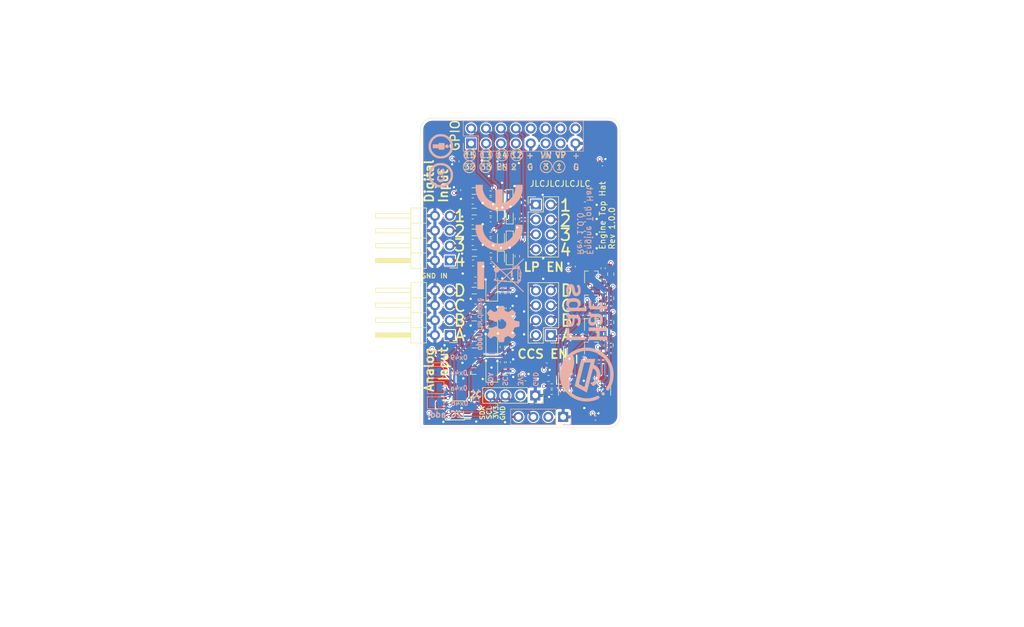
<source format=kicad_pcb>
(kicad_pcb (version 20211014) (generator pcbnew)
  (title_block (title "Engine Top Hat for SH-ESP32") (date "2021-12-31") (rev "1.0.0") (company "Hat Labs Ltd") (comment 1 "https://creativecommons.org/licenses/by-sa/4.0") (comment 2 "To view a copy of this license, visit ") (comment 3 "This design is licensed under CC BY-SA 4.0."))
  (layers (0 "F.Cu" signal) (1 "In1.Cu" power) (2 "In2.Cu" power) (31 "B.Cu" signal) (34 "B.Paste" user) (35 "F.Paste" user) (36 "B.SilkS" user "B.Silkscreen") (37 "F.SilkS" user "F.Silkscreen") (38 "B.Mask" user) (39 "F.Mask" user) (44 "Edge.Cuts" user))
  (net 0 "")
  (net 1 "GND")
  (net 2 "+3V3")
  (net 3 "Net-(C201-Pad1)")
  (net 4 "Net-(C202-Pad1)")
  (net 5 "/Digital input/In1")
  (net 6 "/Digital input/In2")
  (net 7 "/Digital input/In3")
  (net 8 "/Digital input/In4")
  (net 9 "/Digital input/InF1")
  (net 10 "/Digital input/InF2")
  (net 11 "/Digital input/InF3")
  (net 12 "/Digital input/InF4")
  (net 13 "Net-(C309-Pad1)")
  (net 14 "Net-(C310-Pad1)")
  (net 15 "Net-(C311-Pad1)")
  (net 16 "Net-(C312-Pad1)")
  (net 17 "Net-(C203-Pad1)")
  (net 18 "Net-(C204-Pad1)")
  (net 19 "/Analog input/Vin")
  (net 20 "/Analog input/InA")
  (net 21 "/Analog input/InB")
  (net 22 "/Analog input/InC")
  (net 23 "/Analog input/InD")
  (net 24 "/Analog input/InFA")
  (net 25 "/Analog input/InFB")
  (net 26 "/Analog input/InFC")
  (net 27 "/Analog input/InFD")
  (net 28 "/Analog input/ADC_A")
  (net 29 "/Analog input/ADC_B")
  (net 30 "/Analog input/ADC_C")
  (net 31 "/Analog input/ADC_D")
  (net 32 "/DI1")
  (net 33 "/DI2")
  (net 34 "/DI3")
  (net 35 "/DI4")
  (net 36 "/Analog input/SDA")
  (net 37 "/Analog input/IoutA")
  (net 38 "Net-(Q201-Pad1)")
  (net 39 "Net-(Q201-Pad2)")
  (net 40 "/Analog input/IoutB")
  (net 41 "Net-(Q202-Pad1)")
  (net 42 "Net-(Q202-Pad2)")
  (net 43 "/Analog input/IoutC")
  (net 44 "Net-(Q203-Pad1)")
  (net 45 "Net-(Q203-Pad2)")
  (net 46 "/Analog input/IoutD")
  (net 47 "Net-(Q204-Pad1)")
  (net 48 "Net-(Q204-Pad2)")
  (net 49 "/Analog input/ADDR")
  (net 59 "/Analog input/SCL")
  (footprint "Capacitor_SMD:C_0402_1005Metric" (layer "F.Cu") (at 132.2 64.4 90)
    (fp_text reference "C503" hide)
    (fp_text value "100nF" hide)
  )
  (footprint "Package_SO:SOIC-14_3.9x8.7mm_P1.27mm" (layer "F.Cu") (at 153.95 102.3 -90)
    (fp_text reference "U201" hide)
    (fp_text value "LMV324" hide)
  )
  (footprint "Connector_PinHeader_2.54mm:PinHeader_2x04_P2.54mm_Horizontal" (layer "F.Cu") (at 131 93.98 180)
    (fp_text reference "J202" hide)
    (fp_text value "Conn_02x04" hide)
  )
  (footprint "Capacitor_SMD:C_0402_1005Metric" (layer "F.Cu") (at 143.9 101.4 180)
    (fp_text reference "C502" hide)
    (fp_text value "100nF" hide)
  )
  (footprint "Capacitor_SMD:C_0402_1005Metric" (layer "F.Cu") (at 152 82.3 -90)
    (fp_text reference "C504" hide)
    (fp_text value "100nF" hide)
  )
  (footprint "Capacitor_SMD:C_0402_1005Metric" (layer "F.Cu") (at 132.5 69.3 -90)
    (fp_text reference "C507" hide)
    (fp_text value "100nF" hide)
  )
  (footprint "Capacitor_SMD:C_0402_1005Metric" (layer "F.Cu") (at 157.1 90.7 90)
    (fp_text reference "C202" hide)
    (fp_text value "100nF" hide)
  )
  (footprint "Capacitor_SMD:C_0402_1005Metric" (layer "F.Cu") (at 152.6 98 180)
    (fp_text reference "C205" hide)
    (fp_text value "100nF" hide)
  )
  (footprint "Capacitor_SMD:C_0603_1608Metric" (layer "F.Cu") (at 147.8 101.35 180)
    (fp_text reference "C206" hide)
    (fp_text value "68nF" hide)
  )
  (footprint "Package_TO_SOT_SMD:SOT-323_SC-70" (layer "F.Cu") (at 155.1 91.9 90)
    (fp_text reference "Q202" hide)
    (fp_text value "S9015" hide)
  )
  (footprint "Resistor_SMD:R_0402_1005Metric" (layer "F.Cu") (at 157.1 92.7 90)
    (fp_text reference "R202" hide)
    (fp_text value "1k" hide)
  )
  (footprint "Resistor_SMD:R_0603_1608Metric" (layer "F.Cu") (at 158.4 91.8 -90)
    (fp_text reference "R206" hide)
    (fp_text value "30" hide)
  )
  (footprint "Resistor_SMD:R_0402_1005Metric" (layer "F.Cu") (at 148.35 102.65)
    (fp_text reference "R209" hide)
    (fp_text value "1k" hide)
  )
  (footprint "Resistor_SMD:R_0402_1005Metric" (layer "F.Cu") (at 148.35 103.7 180)
    (fp_text reference "R210" hide)
    (fp_text value "10k" hide)
  )
  (footprint "Connector_PinSocket_2.54mm:PinSocket_1x04_P2.54mm_Vertical" (layer "F.Cu") (at 145.55 104.25 -90)
    (fp_text reference "J401" hide)
    (fp_text value "I2C_top" hide)
  )
  (footprint "Capacitor_SMD:C_0402_1005Metric" (layer "F.Cu") (at 157 64.8 180)
    (fp_text reference "C506" hide)
    (fp_text value "100nF" hide)
  )
  (footprint "Capacitor_SMD:C_0402_1005Metric" (layer "F.Cu") (at 155.8 108.1 180)
    (fp_text reference "C501" hide)
    (fp_text value "100nF" hide)
  )
  (footprint "Package_TO_SOT_SMD:SOT-323_SC-70" (layer "F.Cu") (at 155.1 95.9 90)
    (fp_text reference "Q201" hide)
    (fp_text value "S9015" hide)
  )
  (footprint "Resistor_SMD:R_0402_1005Metric" (layer "F.Cu") (at 139.95 100.6 -90)
    (fp_text reference "R211" hide)
    (fp_text value "51k" hide)
  )
  (footprint "Capacitor_SMD:C_0402_1005Metric" (layer "F.Cu") (at 157 94.8 90)
    (fp_text reference "C201" hide)
    (fp_text value "100nF" hide)
  )
  (footprint "Capacitor_SMD:C_0402_1005Metric" (layer "F.Cu") (at 140.95 98.6 90)
    (fp_text reference "C215" hide)
    (fp_text value "470nF" hide)
  )
  (footprint "Resistor_SMD:R_0402_1005Metric" (layer "F.Cu") (at 157 96.7 90)
    (fp_text reference "R201" hide)
    (fp_text value "1k" hide)
  )
  (footprint "Resistor_SMD:R_0603_1608Metric" (layer "F.Cu") (at 158.3 95.7 -90)
    (fp_text reference "R205" hide)
    (fp_text value "30" hide)
  )
  (footprint "Capacitor_SMD:C_0603_1608Metric" (layer "F.Cu") (at 134.9 71.15)
    (fp_text reference "C301" hide)
    (fp_text value "33pF/50V" hide)
  )
  (footprint "Capacitor_SMD:C_0603_1608Metric" (layer "F.Cu") (at 134.9 74.7)
    (fp_text reference "C302" hide)
    (fp_text value "33pF/50V" hide)
  )
  (footprint "Capacitor_SMD:C_0603_1608Metric" (layer "F.Cu") (at 134.9 78.2)
    (fp_text reference "C303" hide)
    (fp_text value "33pF/50V" hide)
  )
  (footprint "Capacitor_SMD:C_0603_1608Metric" (layer "F.Cu") (at 134.95 81.7)
    (fp_text reference "C304" hide)
    (fp_text value "33pF/50V" hide)
  )
  (footprint "Capacitor_SMD:C_0402_1005Metric" (layer "F.Cu") (at 137.95 70.85)
    (fp_text reference "C305" hide)
    (fp_text value "33pF" hide)
  )
  (footprint "Capacitor_SMD:C_0402_1005Metric" (layer "F.Cu") (at 137.95 74.35)
    (fp_text reference "C306" hide)
    (fp_text value "33pF" hide)
  )
  (footprint "Capacitor_SMD:C_0402_1005Metric" (layer "F.Cu") (at 137.95 77.9)
    (fp_text reference "C307" hide)
    (fp_text value "33pF" hide)
  )
  (footprint "Capacitor_SMD:C_0402_1005Metric" (layer "F.Cu") (at 137.98 81.4)
    (fp_text reference "C308" hide)
    (fp_text value "33pF" hide)
  )
  (footprint "Capacitor_SMD:C_0603_1608Metric" (layer "F.Cu") (at 154 79.3)
    (fp_text reference "C309" hide)
    (fp_text value "680pF" hide)
  )
  (footprint "Capacitor_SMD:C_0603_1608Metric" (layer "F.Cu") (at 154 76.8)
    (fp_text reference "C310" hide)
    (fp_text value "680pF" hide)
  )
  (footprint "Capacitor_SMD:C_0603_1608Metric" (layer "F.Cu") (at 154 74.2)
    (fp_text reference "C311" hide)
    (fp_text value "680pF" hide)
  )
  (footprint "Capacitor_SMD:C_0603_1608Metric" (layer "F.Cu") (at 154 71.8)
    (fp_text reference "C312" hide)
    (fp_text value "680pF" hide)
  )
  (footprint "Capacitor_SMD:C_0402_1005Metric" (layer "F.Cu") (at 157.1 86.7 90)
    (fp_text reference "C203" hide)
    (fp_text value "100nF" hide)
  )
  (footprint "Capacitor_SMD:C_0402_1005Metric" (layer "F.Cu") (at 157.1 82.6 90)
    (fp_text reference "C204" hide)
    (fp_text value "100nF" hide)
  )
  (footprint "Capacitor_SMD:C_0603_1608Metric" (layer "F.Cu") (at 135.375 98.35)
    (fp_text reference "C207" hide)
    (fp_text value "1uF" hide)
  )
  (footprint "Capacitor_SMD:C_0603_1608Metric" (layer "F.Cu") (at 135.35 93.8)
    (fp_text reference "C208" hide)
    (fp_text value "1uF" hide)
  )
  (footprint "Capacitor_SMD:C_0603_1608Metric" (layer "F.Cu") (at 135.35 89.2)
    (fp_text reference "C209" hide)
    (fp_text value "1uF" hide)
  )
  (footprint "Capacitor_SMD:C_0603_1608Metric" (layer "F.Cu") (at 135.35 84.6)
    (fp_text reference "C210" hide)
    (fp_text value "1uF" hide)
  )
  (footprint "Capacitor_SMD:C_0402_1005Metric" (layer "F.Cu") (at 139.95 98.6 90)
    (fp_text reference "C211" hide)
    (fp_text value "1uF" hide)
  )
  (footprint "Capacitor_SMD:C_0402_1005Metric" (layer "F.Cu") (at 139.95 94 90)
    (fp_text reference "C212" hide)
    (fp_text value "1uF" hide)
  )
  (footprint "Capacitor_SMD:C_0402_1005Metric" (layer "F.Cu") (at 139.95 89.4 90)
    (fp_text reference "C213" hide)
    (fp_text value "1uF" hide)
  )
  (footprint "Capacitor_SMD:C_0402_1005Metric" (layer "F.Cu") (at 139.95 84.8 90)
    (fp_text reference "C214" hide)
    (fp_text value "1uF" hide)
  )
  (footprint "Capacitor_SMD:C_0402_1005Metric" (layer "F.Cu") (at 140.95 94 90)
    (fp_text reference "C216" hide)
    (fp_text value "470nF" hide)
  )
  (footprint "Capacitor_SMD:C_0402_1005Metric" (layer "F.Cu") (at 140.95 89.4 90)
    (fp_text reference "C217" hide)
    (fp_text value "470nF" hide)
  )
  (footprint "Capacitor_SMD:C_0402_1005Metric" (layer "F.Cu") (at 140.95 84.8 90)
    (fp_text reference "C218" hide)
    (fp_text value "470nF" hide)
  )
  (footprint "Capacitor_SMD:C_0402_1005Metric" (layer "F.Cu") (at 128.3 107.7 -90)
    (fp_text reference "C219" hide)
    (fp_text value "100nF" hide)
  )
  (footprint "Diode_SMD:D_SOD-123F" (layer "F.Cu") (at 138.15 99.8 90)
    (fp_text reference "D201" hide)
    (fp_text value "SMF33A" hide)
  )
  (footprint "Diode_SMD:D_SOD-123F" (layer "F.Cu") (at 138.15 95.2 90)
    (fp_text reference "D202" hide)
    (fp_text value "SMF33A" hide)
  )
  (footprint "Diode_SMD:D_SOD-123F" (layer "F.Cu") (at 138.15 90.6 90)
    (fp_text reference "D203" hide)
    (fp_text value "SMF33A" hide)
  )
  (footprint "Diode_SMD:D_SOD-123F" (layer "F.Cu") (at 138.15 86 90)
    (fp_text reference "D204" hide)
    (fp_text value "SMF33A" hide)
  )
  (footprint "Inductor_SMD:L_0805_2012Metric" (layer "F.Cu") (at 135.15 69.45 180)
    (fp_text reference "FB301" hide)
    (fp_text value "GZ2012D101TF" hide)
  )
  (footprint "Inductor_SMD:L_0805_2012Metric" (layer "F.Cu") (at 135.15 72.95 180)
    (fp_text reference "FB302" hide)
    (fp_text value "GZ2012D101TF" hide)
  )
  (footprint "Inductor_SMD:L_0805_2012Metric" (layer "F.Cu") (at 135.15 76.5 180)
    (fp_text reference "FB303" hide)
    (fp_text value "GZ2012D101TF" hide)
  )
  (footprint "Inductor_SMD:L_0805_2012Metric" (layer "F.Cu") (at 135.2 80 180)
    (fp_text reference "FB304" hide)
    (fp_text value "GZ2012D101TF" hide)
  )
  (footprint "Inductor_SMD:L_0805_2012Metric" (layer "F.Cu") (at 135.0875 100.1 180)
    (fp_text reference "FB201" hide)
    (fp_text value "GZ2012D601TF" hide)
  )
  (footprint "Inductor_SMD:L_0805_2012Metric" (layer "F.Cu") (at 135.15 95.6 180)
    (fp_text reference "FB202" hide)
    (fp_text value "GZ2012D601TF" hide)
  )
  (footprint "Inductor_SMD:L_0805_2012Metric" (layer "F.Cu") (at 135.15 91 180)
    (fp_text reference "FB203" hide)
    (fp_text value "GZ2012D601TF" hide)
  )
  (footprint "Inductor_SMD:L_0805_2012Metric" (layer "F.Cu") (at 135.15 86.4 180)
    (fp_text reference "FB204" hide)
    (fp_text value "GZ2012D601TF" hide)
  )
  (footprint "Connector_PinHeader_2.54mm:PinHeader_2x04_P2.54mm_Horizontal" (layer "F.Cu") (at 131 81.28 180)
    (fp_text reference "J301" hide)
    (fp_text value "Conn_02x04_Odd_Even" hide)
  )
  (footprint "Package_TO_SOT_SMD:SOT-323_SC-70" (layer "F.Cu") (at 155.1 87.9 90)
    (fp_text reference "Q203" hide)
    (fp_text value "S9015" hide)
  )
  (footprint "Package_TO_SOT_SMD:SOT-323_SC-70" (layer "F.Cu") (at 155.1 83.8 90)
    (fp_text reference "Q204" hide)
    (fp_text value "S9015" hide)
  )
  (footprint "Resistor_SMD:R_0402_1005Metric" (layer "F.Cu") (at 137.95 69.8 180)
    (fp_text reference "R301" hide)
    (fp_text value "100k" hide)
  )
  (footprint "Resistor_SMD:R_0402_1005Metric" (layer "F.Cu") (at 137.95 73.3 180)
    (fp_text reference "R302" hide)
    (fp_text value "100k" hide)
  )
  (footprint "Resistor_SMD:R_0402_1005Metric" (layer "F.Cu") (at 137.95 76.85 180)
    (fp_text reference "R303" hide)
    (fp_text value "100k" hide)
  )
  (footprint "Resistor_SMD:R_0402_1005Metric" (layer "F.Cu") (at 138 80.35 180)
    (fp_text reference "R304" hide)
    (fp_text value "100k" hide)
  )
  (footprint "Resistor_SMD:R_0402_1005Metric" (layer "F.Cu") (at 157.1 88.7 90)
    (fp_text reference "R203" hide)
    (fp_text value "1k" hide)
  )
  (footprint "Resistor_SMD:R_0402_1005Metric" (layer "F.Cu") (at 157.1 84.6 90)
    (fp_text reference "R204" hide)
    (fp_text value "1k" hide)
  )
  (footprint "Resistor_SMD:R_0603_1608Metric" (layer "F.Cu") (at 158.4 87.7 -90)
    (fp_text reference "R207" hide)
    (fp_text value "30" hide)
  )
  (footprint "Resistor_SMD:R_0603_1608Metric" (layer "F.Cu") (at 158.4 83.6 -90)
    (fp_text reference "R208" hide)
    (fp_text value "30" hide)
  )
  (footprint "Resistor_SMD:R_0402_1005Metric" (layer "F.Cu") (at 140.95 100.6 90)
    (fp_text reference "R212" hide)
    (fp_text value "3.9k" hide)
  )
  (footprint "Resistor_SMD:R_0402_1005Metric" (layer "F.Cu") (at 139.95 96 -90)
    (fp_text reference "R213" hide)
    (fp_text value "51k" hide)
  )
  (footprint "Resistor_SMD:R_0402_1005Metric" (layer "F.Cu") (at 140.95 96 90)
    (fp_text reference "R214" hide)
    (fp_text value "3.9k" hide)
  )
  (footprint "Resistor_SMD:R_0402_1005Metric" (layer "F.Cu") (at 139.95 91.4 -90)
    (fp_text reference "R215" hide)
    (fp_text value "51k" hide)
  )
  (footprint "Resistor_SMD:R_0402_1005Metric" (layer "F.Cu") (at 140.95 91.4 90)
    (fp_text reference "R216" hide)
    (fp_text value "3.9k" hide)
  )
  (footprint "Resistor_SMD:R_0402_1005Metric" (layer "F.Cu") (at 139.95 86.8 -90)
    (fp_text reference "R217" hide)
    (fp_text value "51k" hide)
  )
  (footprint "Resistor_SMD:R_0402_1005Metric" (layer "F.Cu") (at 140.95 86.8 90)
    (fp_text reference "R218" hide)
    (fp_text value "3.9k" hide)
  )
  (footprint "Package_SO:TSSOP-10_3x3mm_P0.5mm" (layer "F.Cu") (at 131.85 106.8 180)
    (fp_text reference "U202" hide)
    (fp_text value "ADS1115IDGS" hide)
  )
  (footprint "Diode_SMD:D_SOD-523" (layer "F.Cu") (at 139.65 70.35 90)
    (fp_text reference "D301" hide)
    (fp_text value "MSK4005" hide)
  )
  (footprint "Diode_SMD:D_SOD-523" (layer "F.Cu") (at 141.15 70.35 -90)
    (fp_text reference "D302" hide)
    (fp_text value "MSK4005" hide)
  )
  (footprint "Diode_SMD:D_SOD-523" (layer "F.Cu") (at 139.7 73.9 -90)
    (fp_text reference "D303" hide)
    (fp_text value "MSK4005" hide)
  )
  (footprint "Diode_SMD:D_SOD-523" (layer "F.Cu") (at 141.2 73.9 90)
    (fp_text reference "D304" hide)
    (fp_text value "MSK4005" hide)
  )
  (footprint "Diode_SMD:D_SOD-523" (layer "F.Cu") (at 139.7 77.4 90)
    (fp_text reference "D305" hide)
    (fp_text value "MSK4005" hide)
  )
  (footprint "Diode_SMD:D_SOD-523" (layer "F.Cu") (at 141.2 77.4 -90)
    (fp_text reference "D306" hide)
    (fp_text value "MSK4005" hide)
  )
  (footprint "Diode_SMD:D_SOD-523" (layer "F.Cu") (at 139.7 80.85 -90)
    (fp_text reference "D307" hide)
    (fp_text value "MSK4005" hide)
  )
  (footprint "Diode_SMD:D_SOD-523" (layer "F.Cu") (at 141.2 80.85 90)
    (fp_text reference "D308" hide)
    (fp_text value "MSK4005" hide)
  )
  (footprint "Connector_PinHeader_2.54mm:PinHeader_2x04_P2.54mm_Vertical" (layer "F.Cu") (at 145.65 71.75)
    (fp_text reference "J302" hide)
    (fp_text value "Conn_02x04_Odd_Even" hide)
  )
  (footprint "Connector_PinHeader_2.54mm:PinHeader_2x04_P2.54mm_Vertical" (layer "F.Cu") (at 148.2 94 180)
    (fp_text reference "J201" hide)
    (fp_text value "Conn_02x04_Odd_Even" hide)
  )
  (footprint "Resistor_SMD:R_0402_1005Metric" (layer "F.Cu") (at 142.45 70.65 -90)
    (fp_text reference "R305" hide)
    (fp_text value "1M" hide)
  )
  (footprint "Resistor_SMD:R_0402_1005Metric" (layer "F.Cu") (at 142.5 74.2 90)
    (fp_text reference "R306" hide)
    (fp_text value "1M" hide)
  )
  (footprint "Resistor_SMD:R_0402_1005Metric" (layer "F.Cu") (at 142.5 77.1 -90)
    (fp_text reference "R307" hide)
    (fp_text value "1M" hide)
  )
  (footprint "Resistor_SMD:R_0402_1005Metric" (layer "F.Cu") (at 142.5 80.55 90)
    (fp_text reference "R308" hide)
    (fp_text value "1M" hide)
  )
  (footprint "Capacitor_SMD:C_0402_1005Metric" (layer "F.Cu") (at 147.5 99.1 180)
    (fp_text reference "C505" hide)
    (fp_text value "100nF" hide)
  )
  (footprint "Connector_PinHeader_2.54mm:PinHeader_1x04_P2.54mm_Vertical" (layer "B.Cu") (at 150.3 107.91 90)
    (fp_text reference "J402" hide)
    (fp_text value "I2C_bottom" hide)
  )
  (footprint "Connector_PinSocket_2.54mm:PinSocket_2x08_P2.54mm_Vertical" (layer "B.Cu") (at 134.62 61.34 -90)
    (fp_text reference "J403" hide)
    (fp_text value "GPIO subset" hide)
  )
  (footprint "Jumper:SolderJumper-2_P1.3mm_Open_Pad1.0x1.5mm" (layer "B.Cu") (at 128.6 102.9)
    (fp_text reference "JP203" hide)
    (fp_text value "Open" hide)
  )
  (footprint "Jumper:SolderJumper-2_P1.3mm_Open_Pad1.0x1.5mm" (layer "B.Cu") (at 128.6 97.7)
    (fp_text reference "JP201" hide)
    (fp_text value "Open" hide)
  )
  (footprint "Jumper:SolderJumper-2_P1.3mm_Bridged2Bar_RoundedPad1.0x1.5mm" (layer "B.Cu") (at 128.6 100.3)
    (fp_text reference "JP202" hide)
    (fp_text value "Bridged" hide)
  )
  (footprint "Jumper:SolderJumper-2_P1.3mm_Open_Pad1.0x1.5mm" (layer "B.Cu") (at 128.6 105.5)
    (fp_text reference "JP204" hide)
    (fp_text value "Open" hide)
  )
  (footprint "SH-ESP32-tank-hat:cc-by_5mm" (layer "B.Cu") (at 129.4 64.3 90)
    (fp_text reference "G***" hide)
    (fp_text value "LOGO" hide)
  )
  (footprint "Symbol:WEEE-Logo_5.6x8mm_SilkScreen" (layer "B.Cu") (at 139.7 83.8 90)
    (fp_text reference "G503" hide)
    (fp_text value "WEEE-logo" hide)
  )
  (footprint "Symbol:OSHW-Logo2_9.8x8mm_SilkScreen" (layer "B.Cu") (at 139.15 92.1 90)
    (fp_text reference "G504" hide)
    (fp_text value "OSHW-logo" hide)
  )
  (footprint "Symbol:CE-Logo_11.2x8mm_SilkScreen" (layer "B.Cu") (at 139.4 74 90)
    (fp_text reference "G502" hide)
    (fp_text value "CE-logo" hide)
  )
  (footprint "SH-ESP32-tank-hat:cc-by_5mm" (layer "B.Cu") (at 129.4 64.3 90)
    (fp_text reference "G501" hide)
    (fp_text value "CC-BY" hide)
  )
  (footprint "SH-ESP32-tank-hat:Hat_Labs_20mm" (layer "B.Cu") (at 154.3 95.3 90)
    (fp_text reference "G505" hide)
    (fp_text value "HL-Logo" hide)
  )
  (gr_circle (center 147.4 65.35) (end 148.4 65.35) (layer "B.SilkS") (width 0.12) (fill none))
  (gr_circle (center 149.6 65.35) (end 150.6 65.35) (layer "B.SilkS") (width 0.12) (fill none))
  (gr_circle (center 137.1 65.35) (end 138.1 65.35) (layer "B.SilkS") (width 0.12) (fill none))
  (gr_circle (center 134.3 65.35) (end 135.3 65.35) (layer "B.SilkS") (width 0.12) (fill none))
  (gr_circle (center 134.4 63.3) (end 135.4 63.3) (layer "B.SilkS") (width 0.12) (fill none))
  (gr_circle (center 137.2 63.3) (end 138.2 63.3) (layer "B.SilkS") (width 0.12) (fill none))
  (gr_circle (center 139.9 63.3) (end 140.9 63.3) (layer "B.SilkS") (width 0.12) (fill none))
  (gr_circle (center 142.4 63.3) (end 143.4 63.3) (layer "B.SilkS") (width 0.12) (fill none))
  (gr_circle (center 149.6 65.3) (end 150.6 65.3) (layer "F.SilkS") (width 0.12) (fill none))
  (gr_circle (center 147.4 65.3) (end 148.4 65.3) (layer "F.SilkS") (width 0.12) (fill none))
  (gr_circle (center 137.1 65.3) (end 138.1 65.3) (layer "F.SilkS") (width 0.12) (fill none))
  (gr_circle (center 134.3 65.3) (end 135.3 65.3) (layer "F.SilkS") (width 0.12) (fill none))
  (gr_circle (center 134.4 63.3) (end 135.4 63.3) (layer "F.SilkS") (width 0.12) (fill none))
  (gr_circle (center 142.4 63.3) (end 143.4 63.3) (layer "F.SilkS") (width 0.12) (fill none))
  (gr_circle (center 139.9 63.3) (end 140.9 63.3) (layer "F.SilkS") (width 0.12) (fill none))
  (gr_circle (center 137.2 63.3) (end 138.2 63.3) (layer "F.SilkS") (width 0.12) (fill none))
  (gr_line (start 158 57) (end 143 57) (layer "Edge.Cuts") (width 0.05))
  (gr_line (start 126 109.75) (end 158 109.75) (layer "Edge.Cuts") (width 0.05))
  (gr_arc (start 160 107.75) (mid 159.414214 109.164214) (end 158 109.75) (layer "Edge.Cuts") (width 0.05))
  (gr_line (start 126 109.75) (end 126 59) (layer "Edge.Cuts") (width 0.05))
  (gr_line (start 160 107.75) (end 160 74) (layer "Edge.Cuts") (width 0.05))
  (gr_arc (start 158 57) (mid 159.414214 57.585786) (end 160 59) (layer "Edge.Cuts") (width 0.05))
  (gr_line (start 128 57) (end 143 57) (layer "Edge.Cuts") (width 0.05))
  (gr_line (start 160 74) (end 160 59) (layer "Edge.Cuts") (width 0.05))
  (gr_arc (start 126 59) (mid 126.585786 57.585786) (end 128 57) (layer "Edge.Cuts") (width 0.05))
  (gr_text "+" (at 152.5 63.4) (layer "B.SilkS") (effects (font (size 1 1) (thickness 0.16)) (justify mirror)))
  (gr_text "G" (at 152.5 65.35) (layer "B.SilkS") (effects (font (size 1 1) (thickness 0.16)) (justify mirror)))
  (gr_text "G" (at 144.7 65.45) (layer "B.SilkS") (effects (font (size 1 1) (thickness 0.16)) (justify mirror)))
  (gr_text "+" (at 144.7 63.4) (layer "B.SilkS") (effects (font (size 1 1) (thickness 0.16)) (justify mirror)))
  (gr_text "13" (at 137.2 63.35) (layer "B.SilkS") (effects (font (size 1 1) (thickness 0.16)) (justify mirror)))
  (gr_text "12" (at 142.4 63.35) (layer "B.SilkS") (effects (font (size 1 1) (thickness 0.16)) (justify mirror)))
  (gr_text "14" (at 139.9 63.35) (layer "B.SilkS") (effects (font (size 1 1) (thickness 0.16)) (justify mirror)))
  (gr_text "33" (at 137.1 65.35) (layer "B.SilkS") (effects (font (size 1 1) (thickness 0.16)) (justify mirror)))
  (gr_text "32" (at 134.3 65.35) (layer "B.SilkS") (effects (font (size 1 1) (thickness 0.16)) (justify mirror)))
  (gr_text "VN" (at 147.4 63.45) (layer "B.SilkS") (effects (font (size 1 1) (thickness 0.16)) (justify mirror)))
  (gr_text "VP" (at 149.8 63.35) (layer "B.SilkS") (effects (font (size 1 1) (thickness 0.16)) (justify mirror)))
  (gr_text "EN" (at 139.9 65.45) (layer "B.SilkS") (effects (font (size 1 1) (thickness 0.16)) (justify mirror)))
  (gr_text "15" (at 134.3 63.35) (layer "B.SilkS") (effects (font (size 1 1) (thickness 0.16)) (justify mirror)))
  (gr_text "2" (at 141.9 65.35) (layer "B.SilkS") (effects (font (size 1 1) (thickness 0.16)) (justify mirror)))
  (gr_text "3" (at 147.3 65.35) (layer "B.SilkS") (effects (font (size 1 1) (thickness 0.16)) (justify mirror)))
  (gr_text "1" (at 149.6 65.35) (layer "B.SilkS") (effects (font (size 1 1) (thickness 0.16)) (justify mirror)))
  (gr_text "I2C" (at 135.4 104.3 270) (layer "B.SilkS") (effects (font (size 1 1) (thickness 0.2)) (justify mirror)))
  (gr_text "GND" (at 145.6 101.5 270) (layer "B.SilkS") (effects (font (size 0.8 0.8) (thickness 0.16)) (justify mirror)))
  (gr_text "3V3" (at 143 101.5 270) (layer "B.SilkS") (effects (font (size 0.8 0.8) (thickness 0.16)) (justify mirror)))
  (gr_text "SDA" (at 137.9 101.5 270) (layer "B.SilkS") (effects (font (size 0.8 0.8) (thickness 0.16)) (justify mirror)))
  (gr_text "SCL" (at 140.4 101.5 270) (layer "B.SilkS") (effects (font (size 0.8 0.8) (thickness 0.16)) (justify mirror)))
  (gr_text "0x49" (at 131 97.8) (layer "B.SilkS") (effects (font (size 0.8 0.8) (thickness 0.16)) (justify right mirror)))
  (gr_text "0x4b" (at 131 100.4) (layer "B.SilkS") (effects (font (size 0.8 0.8) (thickness 0.16)) (justify right mirror)))
  (gr_text "0x48" (at 131.1 105.6) (layer "B.SilkS") (effects (font (size 0.8 0.8) (thickness 0.16)) (justify right mirror)))
  (gr_text "I2C addr" (at 130.3 107.5) (layer "B.SilkS") (effects (font (size 1 1) (thickness 0.2)) (justify mirror)))
  (gr_text "0x4a" (at 131 103) (layer "B.SilkS") (effects (font (size 0.8 0.8) (thickness 0.16)) (justify right mirror)))
  (gr_text "Engine Top Hat\nRev 1.0.0" (at 154 80.4 -90) (layer "B.SilkS") (effects (font (size 1 1) (thickness 0.16)) (justify left mirror)))
  (gr_text "SCL" (at 137.7 107.2 90) (layer "F.SilkS") (effects (font (size 0.8 0.8) (thickness 0.16))))
  (gr_text "SDA" (at 136.55 107.25 90) (layer "F.SilkS") (effects (font (size 0.8 0.8) (thickness 0.16))))
  (gr_text "3V3" (at 138.85 107.15 90) (layer "F.SilkS") (effects (font (size 0.8 0.8) (thickness 0.16))))
  (gr_text "GND" (at 140 107.25 90) (layer "F.SilkS") (effects (font (size 0.8 0.8) (thickness 0.16))))
  (gr_text "B" (at 132.7 91.5) (layer "F.SilkS") (effects (font (size 2 2) (thickness 0.3))))
  (gr_text "GPIO" (at 131.9 60 90) (layer "F.SilkS") (effects (font (size 1.5 1.5) (thickness 0.24))))
  (gr_text "+" (at 152.5 63.4) (layer "F.SilkS") (effects (font (size 1 1) (thickness 0.16))))
  (gr_text "+" (at 144.65 63.35) (layer "F.SilkS") (effects (font (size 1 1) (thickness 0.16))))
  (gr_text "G" (at 152.5 65.4) (layer "F.SilkS") (effects (font (size 1 1) (thickness 0.16))))
  (gr_text "G" (at 144.65 65.35) (layer "F.SilkS") (effects (font (size 1 1) (thickness 0.16))))
  (gr_text "3" (at 147.4 65.35) (layer "F.SilkS") (effects (font (size 1 1) (thickness 0.16))))
  (gr_text "1" (at 149.65 65.35) (layer "F.SilkS") (effects (font (size 1 1) (thickness 0.16))))
  (gr_text "2" (at 141.9 65.35) (layer "F.SilkS") (effects (font (size 1 1) (thickness 0.16))))
  (gr_text "15" (at 134.4 63.35) (layer "F.SilkS") (effects (font (size 1 1) (thickness 0.16))))
  (gr_text "EN" (at 139.9 65.35) (layer "F.SilkS") (effects (font (size 1 1) (thickness 0.16))))
  (gr_text "VP" (at 149.9 63.35) (layer "F.SilkS") (effects (font (size 1 1) (thickness 0.16))))
  (gr_text "VN" (at 147.4 63.35) (layer "F.SilkS") (effects (font (size 1 1) (thickness 0.16))))
  (gr_text "32" (at 134.4 65.35) (layer "F.SilkS") (effects (font (size 1 1) (thickness 0.16))))
  (gr_text "33" (at 137.15 65.35) (layer "F.SilkS") (effects (font (size 1 1) (thickness 0.16))))
  (gr_text "14" (at 139.9 63.35) (layer "F.SilkS") (effects (font (size 1 1) (thickness 0.16))))
  (gr_text "12" (at 142.4 63.35) (layer "F.SilkS") (effects (font (size 1 1) (thickness 0.16))))
  (gr_text "13" (at 137.15 63.35) (layer "F.SilkS") (effects (font (size 1 1) (thickness 0.16))))
  (gr_text "GND" (at 127.4 83.9) (layer "F.SilkS") (effects (font (size 0.8 0.8) (thickness 0.16))))
  (gr_text "Engine Top Hat\nRev 1.0.0" (at 157.8 79.5 90) (layer "F.SilkS") (effects (font (size 1 1) (thickness 0.16)) (justify left)))
  (gr_text "C" (at 132.7 89) (layer "F.SilkS") (effects (font (size 2 2) (thickness 0.3))))
  (gr_text "D" (at 132.7 86.4) (layer "F.SilkS") (effects (font (size 2 2) (thickness 0.3))))
  (gr_text "IN" (at 130 83.9) (layer "F.SilkS") (effects (font (size 0.8 0.8) (thickness 0.16))))
  (gr_text "1" (at 132.7 73.7) (layer "F.SilkS") (effects (font (size 2 2) (thickness 0.3))))
  (gr_text "Analog\nInput" (at 128.7 95.9 90) (layer "F.SilkS") (effects (font (size 1.5 1.5) (thickness 0.3)) (justify right)))
  (gr_text "I2C" (at 135.2 104.1) (layer "F.SilkS") (effects (font (size 1 1) (thickness 0.2))))
  (gr_text "B" (at 150.9 91.5) (layer "F.SilkS") (effects (font (size 2 2) (thickness 0.3))))
  (gr_text "A" (at 150.9 94) (layer "F.SilkS") (effects (font (size 2 2) (thickness 0.3))))
  (gr_text "C" (at 150.9 89) (layer "F.SilkS") (effects (font (size 2 2) (thickness 0.3))))
  (gr_text "D" (at 150.9 86.4) (layer "F.SilkS") (effects (font (size 2 2) (thickness 0.3))))
  (gr_text "1" (at 150.7 71.9) (layer "F.SilkS") (effects (font (size 2 2) (thickness 0.3))))
  (gr_text "3" (at 150.7 76.9) (layer "F.SilkS") (effects (font (size 2 2) (thickness 0.3))))
  (gr_text "4" (at 150.7 79.5) (layer "F.SilkS") (effects (font (size 2 2) (thickness 0.3))))
  (gr_text "2" (at 150.7 74.5) (layer "F.SilkS") (effects (font (size 2 2) (thickness 0.3))))
  (gr_text "3" (at 132.7 78.7) (layer "F.SilkS") (effects (font (size 2 2) (thickness 0.3))))
  (gr_text "4" (at 132.7 81.3) (layer "F.SilkS") (effects (font (size 2 2) (thickness 0.3))))
  (gr_text "LP EN" (at 147 82.4) (layer "F.SilkS") (effects (font (size 1.5 1.5) (thickness 0.3))))
  (gr_text "A" (at 132.7 94) (layer "F.SilkS") (effects (font (size 2 2) (thickness 0.3))))
  (gr_text "CCS EN" (at 146.8 97.2) (layer "F.SilkS") (effects (font (size 1.5 1.5) (thickness 0.3))))
  (gr_text "Digital\nInput" (at 128.7 71.6 90) (layer "F.SilkS") (effects (font (size 1.5 1.5) (thickness 0.3)) (justify left)))
  (gr_text "JLCJLCJLCJLC" (at 149.8 68.2) (layer "F.SilkS") (effects (font (size 1 1) (thickness 0.16))))
  (gr_text "2" (at 132.7 76.3) (layer "F.SilkS") (effects (font (size 2 2) (thickness 0.3))))
  (segment (start 147.98 99.1) (end 147.98 99.88) (width 0.4) (layer "F.Cu") (net 1))
  (segment (start 136.25 71.15) (end 136.6 71.5) (width 0.4) (layer "F.Cu") (net 1))
  (segment (start 139.38 88.92) (end 139.1 89.2) (width 0.4) (layer "F.Cu") (net 1))
  (segment (start 137.2 84.6) (end 137.1 84.5) (width 0.4) (layer "F.Cu") (net 1))
  (segment (start 136.125 84.6) (end 137 84.6) (width 0.4) (layer "F.Cu") (net 1))
  (segment (start 141.62 88.92) (end 141.7 89) (width 0.4) (layer "F.Cu") (net 1))
  (segment (start 139.95 84.32) (end 139.94701 84.32) (width 0.4) (layer "F.Cu") (net 1))
  (segment (start 136.125 89.2) (end 137.1 89.2) (width 0.4) (layer "F.Cu") (net 1))
  (segment (start 138.15 84.6) (end 137.2 84.6) (width 0.4) (layer "F.Cu") (net 1))
  (segment (start 139.932536 84.32701) (end 139.94 84.32701) (width 0.4) (layer "F.Cu") (net 1))
  (segment (start 154.775 76.8) (end 156 76.8) (width 0.4) (layer "F.Cu") (net 1))
  (segment (start 141.2 78.1) (end 141.2 79.1) (width 0.4) (layer "F.Cu") (net 1))
  (segment (start 138.43 71.662501) (end 138.378982 71.713519) (width 0.4) (layer "F.Cu") (net 1))
  (segment (start 144.38 101.4) (end 144.38 100.62) (width 0.4) (layer "F.Cu") (net 1))
  (segment (start 127.52 108.18) (end 127.5 108.2) (width 0.4) (layer "F.Cu") (net 1))
  (segment (start 136.1 81.7) (end 136.7 82.3) (width 0.4) (layer "F.Cu") (net 1))
  (segment (start 138.43 70.85) (end 138.43 71.662501) (width 0.4) (layer "F.Cu") (net 1))
  (segment (start 140.95 88.92) (end 141.62 88.92) (width 0.4) (layer "F.Cu") (net 1))
  (segment (start 140.95 88.92) (end 139.95 88.92) (width 0.4) (layer "F.Cu") (net 1))
  (segment (start 133.4 106.8) (end 133 106.4) (width 0.2) (layer "F.Cu") (net 1))
  (segment (start 141.2 72.22701) (end 141.32701 72.1) (width 0.4) (layer "F.Cu") (net 1))
  (segment (start 134 106.8) (end 133.4 106.8) (width 0.2) (layer "F.Cu") (net 1))
  (segment (start 141.15 71.05) (end 141.15 71.92299) (width 0.4) (layer "F.Cu") (net 1))
  (segment (start 138.15 93.8) (end 139.1 93.8) (width 0.4) (layer "F.Cu") (net 1))
  (segment (start 141.784011 98.12) (end 141.8 98.104011) (width 0.4) (layer "F.Cu") (net 1))
  (segment (start 135.675 78.2) (end 136.2 78.2) (width 0.4) (layer "F.Cu") (net 1))
  (segment (start 140.95 84.32) (end 139.95 84.32) (width 0.4) (layer "F.Cu") (net 1))
  (segment (start 144.38 100.62) (end 144.4 100.6) (width 0.4) (layer "F.Cu") (net 1))
  (segment (start 138.15 98.4) (end 138.15 99.45) (width 0.4) (layer "F.Cu") (net 1))
  (segment (start 155.9 79.3) (end 156 79.2) (width 0.4) (layer "F.Cu") (net 1))
  (segment (start 141.2 73.2) (end 141.2 72.22701) (width 0.4) (layer "F.Cu") (net 1))
  (segment (start 137.15 98.35) (end 138.1 98.35) (width 0.4) (layer "F.Cu") (net 1))
  (segment (start 139.95 93.52) (end 139.38 93.52) (width 0.4) (layer "F.Cu") (net 1))
  (segment (start 156.28 108.1) (end 156.28 107.32) (width 0.4) (layer "F.Cu") (net 1))
  (segment (start 137 84.6) (end 137.1 84.5) (width 0.4) (layer "F.Cu") (net 1))
  (segment (start 138.15 93.8) (end 137.1 93.8) (width 0.4) (layer "F.Cu") (net 1))
  (segment (start 135.675 74.7) (end 136.2 74.7) (width 0.4) (layer "F.Cu") (net 1))
  (segment (start 139.95 98.12) (end 140.95 98.12) (width 0.4) (layer "F.Cu") (net 1))
  (segment (start 132.2 64.88) (end 131.42 64.88) (width 0.4) (layer "F.Cu") (net 1))
  (segment (start 140.95 93.52) (end 139.95 93.52) (width 0.4) (layer "F.Cu") (net 1))
  (segment (start 138.15 84.6) (end 138.677011 85.127011) (width 0.4) (layer "F.Cu") (net 1))
  (segment (start 139.1 98.4) (end 139.67 98.4) (width 0.4) (layer "F.Cu") (net 1))
  (segment (start 138.15 89.2) (end 137.1 89.2) (width 0.4) (layer "F.Cu") (net 1))
  (segment (start 147.84 104.44) (end 147.9 104.5) (width 0.4) (layer "F.Cu") (net 1))
  (segment (start 138.15 99.45) (end 138.1 99.5) (width 0.4) (layer "F.Cu") (net 1))
  (segment (start 138.46 82.26) (end 138.5 82.3) (width 0.4) (layer "F.Cu") (net 1))
  (segment (start 139.95 88.92) (end 139.38 88.92) (width 0.4) (layer "F.Cu") (net 1))
  (segment (start 157.48 64.02) (end 157.5 64) (width 0.4) (layer "F.Cu") (net 1))
  (segment (start 138.46 81.4) (end 138.46 82.26) (width 0.4) (layer "F.Cu") (net 1))
  (segment (start 153.95 104.775) (end 153.95 106.35) (width 0.4) (layer "F.Cu") (net 1))
  (segment (start 141.69 96.51) (end 141.7 96.5) (width 0.4) (layer "F.Cu") (net 1))
  (segment (start 135.725 81.7) (end 136.1 81.7) (width 0.4) (layer "F.Cu") (net 1))
  (segment (start 135.675 71.15) (end 136.25 71.15) (width 0.4) (layer "F.Cu") (net 1))
  (segment (start 154.775 79.3) (end 155.9 79.3) (width 0.4) (layer "F.Cu") (net 1))
  (segment (start 152.12 98) (end 151.4 98) (width 0.4) (layer "F.Cu") (net 1))
  (segment (start 154.775 74.2) (end 156 74.2) (width 0.4) (layer "F.Cu") (net 1))
  (segment (start 136.2 78.2) (end 136.6 78.6) (width 0.4) (layer "F.Cu") (net 1))
  (segment (start 151.22 81.82) (end 151.2 81.8) (width 0.4) (layer "F.Cu") (net 1))
  (segment (start 131.72 68.82) (end 131.7 68.8) (width 0.4) (layer "F.Cu") (net 1))
  (segment (start 139.38 93.52) (end 139.2 93.7) (width 0.4) (layer "F.Cu") (net 1))
  (segment (start 140.95 98.12) (end 141.784011 98.12) (width 0.4) (layer "F.Cu") (net 1))
  (segment (start 138.15 89.2) (end 139.1 89.2) (width 0.4) (layer "F.Cu") (net 1))
  (segment (start 147.84 103.7) (end 147.84 104.44) (width 0.4) (layer "F.Cu") (net 1))
  (segment (start 141.62 93.52) (end 141.7 93.6) (width 0.4) (layer "F.Cu") (net 1))
  (segment (start 136.2 74.7) (end 136.6 75.1) (width 0.4) (layer "F.Cu") (net 1))
  (segment (start 136.125 93.8) (end 137.1 93.8) (width 0.4) (layer "F.Cu") (net 1))
  (segment (start 147.98 99.88) (end 148 99.9) (width 0.4) (layer "F.Cu") (net 1))
  (segment (start 140.95 84.32) (end 141.62 84.32) (width 0.4) (layer "F.Cu") (net 1))
  (segment (start 157.48 64.8) (end 157.48 64.02) (width 0.4) (layer "F.Cu") (net 1))
  (segment (start 146.05 101.35) (end 146 101.4) (width 0.4) (layer "F.Cu") (net 1))
  (segment (start 141.62 84.32) (end 141.7 84.4) (width 0.4) (layer "F.Cu") (net 1))
  (segment (start 140.95 93.52) (end 141.62 93.52) (width 0.4) (layer "F.Cu") (net 1))
  (segment (start 139.132535 85.127011) (end 139.932536 84.32701) (width 0.4) (layer "F.Cu") (net 1))
  (segment (start 138.43 75.17) (end 138.4 75.2) (width 0.4) (layer "F.Cu") (net 1))
  (segment (start 138.677011 85.127011) (end 139.132535 85.127011) (width 0.4) (layer "F.Cu") (net 1))
  (segment (start 154.775 71.8) (end 156 71.8) (width 0.4) (layer "F.Cu") (net 1))
  (segment (start 132.5 68.82) (end 131.72 68.82) (width 0.4) (layer "F.Cu") (net 1))
  (segment (start 128.3 108.18) (end 127.52 108.18) (width 0.4) (layer "F.Cu") (net 1))
  (segment (start 141.79 101.11) (end 141.8 101.1) (width 0.4) (layer "F.Cu") (net 1))
  (segment (start 138.43 77.9) (end 138.43 78.67) (width 0.4) (layer "F.Cu") (net 1))
  (segment (start 131.42 64.88) (end 131.4 64.9) (width 0.4) (layer "F.Cu") (net 1))
  (segment (start 153.95 106.35) (end 153.9 106.4) (width 0.4) (layer "F.Cu") (net 1))
  (segment (start 138.43 74.35) (end 138.43 75.17) (width 0.4) (layer "F.Cu") (net 1))
  (segment (start 140.95 101.11) (end 141.79 101.11) (width 0.4) (layer "F.Cu") (net 1))
  (segment (start 138.15 98.4) (end 139.1 98.4) (width 0.4) (layer "F.Cu") (net 1))
  (segment (start 152 81.82) (end 151.22 81.82) (width 0.4) (layer "F.Cu") (net 1))
  (segment (start 139.67 98.4) (end 139.95 98.12) (width 0.4) (layer "F.Cu") (net 1))
  (segment (start 156.28 107.32) (end 156.3 107.3) (width 0.4) (layer "F.Cu") (net 1))
  (segment (start 140.95 96.51) (end 141.69 96.51) (width 0.4) (layer "F.Cu") (net 1))
  (segment (start 141.2 80.15) (end 141.2 79.1) (width 0.4) (layer "F.Cu") (net 1))
  (segment (start 141.15 71.92299) (end 141.32701 72.1) (width 0.4) (layer "F.Cu") (net 1))
  (segment (start 139.94701 84.32) (end 139.94 84.32701) (width 0.4) (layer "F.Cu") (net 1))
  (segment (start 147.025 101.35) (end 146.05 101.35) (width 0.4) (layer "F.Cu") (net 1))
  (segment (start 139.1 93.8) (end 139.2 93.7) (width 0.4) (layer "F.Cu") (net 1))
  (segment (start 138.43 78.67) (end 138.4 78.7) (width 0.4) (layer "F.Cu") (net 1))
  (segment (start 138.1 98.35) (end 138.15 98.4) (width 0.4) (layer "F.Cu") (net 1))
  (segment (start 136.15 98.35) (end 137.15 98.35) (width 0.4) (layer "F.Cu") (net 1))
  (via (at 148 99.9) (size 0.6) (drill 0.4) (layers "F.Cu" "B.Cu") (net 1))
  (via (at 141.7 93.6) (size 0.6) (drill 0.4) (layers "F.Cu" "B.Cu") (net 1))
  (via (at 156 74.2) (size 0.8) (drill 0.4) (layers "F.Cu" "B.Cu") (net 1))
  (via (at 142.75 64.7) (size 0.6) (drill 0.4) (layers "F.Cu" "B.Cu") (net 1))
  (via (at 156.3 107.3) (size 0.6) (drill 0.4) (layers "F.Cu" "B.Cu") (net 1))
  (via (at 146.9 80.9) (size 0.6) (drill 0.4) (layers "F.Cu" "B.Cu") (net 1))
  (via (at 151.4 98) (size 0.6) (drill 0.4) (layers "F.Cu" "B.Cu") (net 1))
  (via (at 141.7 84.4) (size 0.6) (drill 0.4) (layers "F.Cu" "B.Cu") (net 1))
  (via (at 147.9 104.5) (size 0.6) (drill 0.4) (layers "F.Cu" "B.Cu") (net 1))
  (via (at 143.65 89.95) (size 0.6) (drill 0.4) (layers "F.Cu" "B.Cu") (net 1))
  (via (at 153.9 106.4) (size 0.6) (drill 0.4) (layers "F.Cu" "B.Cu") (net 1))
  (via (at 136.45 64.25) (size 0.6) (drill 0.4) (layers "F.Cu" "B.Cu") (net 1))
  (via (at 133.1 73.8) (size 0.6) (drill 0.4) (layers "F.Cu" "B.Cu") (net 1))
  (via (at 134.55 87.8) (size 0.6) (drill 0.4) (layers "F.Cu" "B.Cu") (net 1))
  (via (at 133.15 98.7) (size 0.6) (drill 0.4) (layers "F.Cu" "B.Cu") (net 1))
  (via (at 133 106.4) (size 0.6) (drill 0.4) (layers "F.Cu" "B.Cu") (net 1))
  (via (at 138.378982 71.713519) (size 0.6) (drill 0.4) (layers "F.Cu" "B.Cu") (net 1))
  (via (at 144.4 100.6) (size 0.6) (drill 0.4) (layers "F.Cu" "B.Cu") (net 1))
  (via (at 139.1 98.4) (size 0.6) (drill 0.4) (layers "F.Cu" "B.Cu") (net 1))
  (via (at 137.65 66.9) (size 0.6) (drill 0.4) (layers "F.Cu" "B.Cu") (net 1))
  (via (at 139.94 84.32701) (size 0.6) (drill 0.4) (layers "F.Cu" "B.Cu") (net 1))
  (via (at 142.5 75.65) (size 0.6) (drill 0.4) (layers "F.Cu" "B.Cu") (net 1))
  (via (at 139.9 68.05) (size 0.6) (drill 0.4) (layers "F.Cu" "B.Cu") (net 1))
  (via (at 131.4 64.9) (size 0.6) (drill 0.4) (layers "F.Cu" "B.Cu") (net 1))
  (via (at 136.6 78.6) (size 0.6) (drill 0.4) (layers "F.Cu" "B.Cu") (net 1))
  (via (at 141.8 98.104011) (size 0.6) (drill 0.4) (layers "F.Cu" "B.Cu") (net 1))
  (via (at 137.1 89.2) (size 0.6) (drill 0.4) (layers "F.Cu" "B.Cu") (net 1))
  (via (at 156 71.8) (size 0.8) (drill 0.4) (layers "F.Cu" "B.Cu") (net 1))
  (via (at 140.4 108.8) (size 0.6) (drill 0.4) (layers "F.Cu" "B.Cu") (net 1))
  (via (at 139.1 89.2) (size 0.6) (drill 0.4) (layers "F.Cu" "B.Cu") (net 1))
  (via (at 141.7 89) (size 0.6) (drill 0.4) (layers "F.Cu" "B.Cu") (net 1))
  (via (at 133.3 101.35) (size 0.6) (drill 0.4) (layers "F.Cu" "B.Cu") (net 1))
  (via (at 142 68.6) (size 0.6) (drill 0.4) (layers "F.Cu" "B.Cu") (net 1))
  (via (at 138.1 99.5) (size 0.6) (drill 0.4) (layers "F.Cu" "B.Cu") (net 1))
  (via (at 153.8 101.75) (size 0.6) (drill 0.4) (layers "F.Cu" "B.Cu") (net 1))
  (via (at 132.9 70.8) (size 0.6) (drill 0.4) (layers "F.Cu" "B.Cu") (net 1))
  (via (at 136.7 82.3) (size 0.6) (drill 0.4) (layers "F.Cu" "B.Cu") (net 1))
  (via (at 157.5 64) (size 0.6) (drill 0.4) (layers "F.Cu" "B.Cu") (net 1))
  (via (at 127.5 108.2) (size 0.6) (drill 0.4) (layers "F.Cu" "B.Cu") (net 1))
  (via (at 143.65 93.85) (size 0.6) (drill 0.4) (layers "F.Cu" "B.Cu") (net 1))
  (via (at 137.1 84.5) (size 0.6) (drill 0.4) (layers "F.Cu" "B.Cu") (net 1))
  (via (at 135.5 108.7) (size 0.6) (drill 0.4) (layers "F.Cu" "B.Cu") (net 1))
  (via (at 156 79.2) (size 0.8) (drill 0.4) (layers "F.Cu" "B.Cu") (net 1))
  (via (at 134.55 92.35) (size 0.6) (drill 0.4) (layers "F.Cu" "B.Cu") (net 1))
  (via (at 141.8 101.1) (size 0.6) (drill 0.4) (layers "F.Cu" "B.Cu") (net 1))
  (via (at 137.15 98.35) (size 0.6) (drill 0.4) (layers "F.Cu" "B.Cu") (net 1))
  (via (at 135.2 105.4) (size 0.6) (drill 0.4) (layers "F.Cu" "B.Cu") (net 1))
  (via (at 133.5 94.1) (size 0.6) (drill 0.4) (layers "F.Cu" "B.Cu") (net 1))
  (via (at 151.2 81.8) (size 0.6) (drill 0.4) (layers "F.Cu" "B.Cu") (net 1))
  (via (at 137.1 93.8) (size 0.6) (drill 0.4) (layers "F.Cu" "B.Cu") (net 1))
  (via (at 136.6 75.1) (size 0.6) (drill 0.4) (layers "F.Cu" "B.Cu") (net 1))
  (via (at 142.35 87.35) (size 0.6) (drill 0.4) (layers "F.Cu" "B.Cu") (net 1))
  (via (at 146 101.4) (size 0.6) (drill 0.4) (layers "F.Cu" "B.Cu") (net 1))
  (via (at 146.9 84.4) (size 0.6) (drill 0.4) (layers "F.Cu" "B.Cu") (net 1))
  (via (at 136.6 101.45) (size 0.6) (drill 0.4) (layers "F.Cu" "B.Cu") (net 1))
  (via (at 133.2 77.4) (size 0.6) (drill 0.4) (layers "F.Cu" "B.Cu") (net 1))
  (via (at 130.1 95.7) (size 0.6) (drill 0.4) (layers "F.Cu" "B.Cu") (net 1))
  (via (at 131.7 68.8) (size 0.6) (drill 0.4) (layers "F.Cu" "B.Cu") (net 1))
  (via (at 133.2 83.5) (size 0.6) (drill 0.4) (layers "F.Cu" "B.Cu") (net 1))
  (via (at 156 76.8) (size 0.8) (drill 0.4) (layers "F.Cu" "B.Cu") (net 1))
  (via (at 138.4 78.7) (size 0.6) (drill 0.4) (layers "F.Cu" "B.Cu") (net 1))
  (via (at 136.6 71.5) (size 0.6) (drill 0.4) (layers "F.Cu" "B.Cu") (net 1))
  (via (at 146.8 70.1) (size 0.6) (drill 0.4) (layers "F.Cu" "B.Cu") (net 1))
  (via (at 138.5 82.3) (size 0.6) (drill 0.4) (layers "F.Cu" "B.Cu") (net 1))
  (via (at 139.2 93.7) (size 0.6) (drill 0.4) (layers "F.Cu" "B.Cu") (net 1))
  (via (at 129.9 108.75) (size 0.6) (drill 0.4) (layers "F.Cu" "B.Cu") (net 1))
  (via (at 141.7 96.5) (size 0.6) (drill 0.4) (layers "F.Cu" "B.Cu") (net 1))
  (via (at 133.1 80.1) (size 0.6) (drill 0.4) (layers "F.Cu" "B.Cu") (net 1))
  (via (at 141.2 79.1) (size 0.6) (drill 0.4) (layers "F.Cu" "B.Cu") (net 1))
  (via (at 139.1 64.4) (size 0.6) (drill 0.4) (layers "F.Cu" "B.Cu") (net 1))
  (via (at 141.32701 72.1) (size 0.6) (drill 0.4) (layers "F.Cu" "B.Cu") (net 1))
  (segment (start 147.02 99.1) (end 147.02 99.88) (width 0.4) (layer "F.Cu") (net 2))
  (segment (start 131.42 63.92) (end 131.4 63.9) (width 0.4) (layer "F.Cu") (net 2))
  (segment (start 158.4 90.354012) (end 158.754012 90) (width 0.4) (layer "F.Cu") (net 2))
  (segment (start 157.745 86.22) (end 157.1 86.22) (width 0.4) (layer "F.Cu") (net 2))
  (segment (start 158.3 94.875) (end 158.3 94.254012) (width 0.4) (layer "F.Cu") (net 2))
  (segment (start 132.2 63.92) (end 131.42 63.92) (width 0.4) (layer "F.Cu") (net 2))
  (segment (start 153.8 98) (end 153.9 98.1) (width 0.4) (layer "F.Cu") (net 2))
  (segment (start 131.72 69.78) (end 131.7 69.8) (width 0.4) (layer "F.Cu") (net 2))
  (segment (start 128.392989 107.127011) (end 128.3 107.22) (width 0.4) (layer "F.Cu") (net 2))
  (segment (start 129.652001 106.847999) (end 129.7 106.8) (width 0.4) (layer "F.Cu") (net 2))
  (segment (start 127.519996 107.22) (end 127.5 107.200004) (width 0.4) (layer "F.Cu") (net 2))
  (segment (start 152 82.78) (end 151.22 82.78) (width 0.4) (layer "F.Cu") (net 2))
  (segment (start 156.52 64.02) (end 156.5 64) (width 0.4) (layer "F.Cu") (net 2))
  (segment (start 132.5 69.78) (end 131.72 69.78) (width 0.4) (layer "F.Cu") (net 2))
  (segment (start 139.65 71.05) (end 139.65 71.980028) (width 0.4) (layer "F.Cu") (net 2))
  (segment (start 153.08 98) (end 153.8 98) (width 0.4) (layer "F.Cu") (net 2))
  (segment (start 128.3 107.22) (end 128.672001 106.847999) (width 0.4) (layer "F.Cu") (net 2))
  (segment (start 158.4 86.875) (end 157.745 86.22) (width 0.4) (layer "F.Cu") (net 2))
  (segment (start 128.672001 106.847999) (end 129.652001 106.847999) (width 0.4) (layer "F.Cu") (net 2))
  (segment (start 139.7 78.1) (end 139.7 79.1) (width 0.4) (layer "F.Cu") (net 2))
  (segment (start 155.32 108.1) (end 155.32 107.32) (width 0.4) (layer "F.Cu") (net 2))
  (segment (start 153.95 99.825) (end 153.95 98.15) (width 0.4) (layer "F.Cu") (net 2))
  (segment (start 158.534012 90.22) (end 158.754012 90) (width 0.4) (layer "F.Cu") (net 2))
  (segment (start 153.95 98.15) (end 153.9 98.1) (width 0.4) (layer "F.Cu") (net 2))
  (segment (start 158.4 82.775) (end 158.4 81.7) (width 0.4) (layer "F.Cu") (net 2))
  (segment (start 143.42 101.4) (end 143.42 100.62) (width 0.4) (layer "F.Cu") (net 2))
  (segment (start 155.32 107.32) (end 155.3 107.3) (width 0.4) (layer "F.Cu") (net 2))
  (segment (start 157.98 82.12) (end 158.4 81.7) (width 0.4) (layer "F.Cu") (net 2))
  (segment (start 147.02 99.88) (end 147 99.9) (width 0.4) (layer "F.Cu") (net 2))
  (segment (start 147.05 102.65) (end 147 102.7) (width 0.4) (layer "F.Cu") (net 2))
  (segment (start 157 94.32) (end 158.234012 94.32) (width 0.4) (layer "F.Cu") (net 2))
  (segment (start 139.7 73.2) (end 139.7 72.509492) (width 0.4) (layer "F.Cu") (net 2))
  (segment (start 156.52 64.8) (end 156.52 64.02) (width 0.4) (layer "F.Cu") (net 2))
  (segment (start 157.1 90.22) (end 158.534012 90.22) (width 0.4) (layer "F.Cu") (net 2))
  (segment (start 139.7 72.509492) (end 139.939732 72.26976) (width 0.4) (layer "F.Cu") (net 2))
  (segment (start 157.1 82.12) (end 157.98 82.12) (width 0.4) (layer "F.Cu") (net 2))
  (segment (start 158.3 94.254012) (end 158.754012 93.8) (width 0.4) (layer "F.Cu") (net 2))
  (segment (start 139.65 71.980028) (end 139.939732 72.26976) (width 0.4) (layer "F.Cu") (net 2))
  (segment (start 151.22 82.78) (end 151.2 82.8) (width 0.4) (layer "F.Cu") (net 2))
  (segment (start 158.4 86.069641) (end 158.745515 85.724126) (width 0.4) (layer "F.Cu") (net 2))
  (segment (start 139.7 80.15) (end 139.7 79.1) (width 0.4) (layer "F.Cu") (net 2))
  (segment (start 158.234012 94.32) (end 158.754012 93.8) (width 0.4) (layer "F.Cu") (net 2))
  (segment (start 158.4 90.975) (end 158.4 90.354012) (width 0.4) (layer "F.Cu") (net 2))
  (segment (start 128.3 107.22) (end 127.519996 107.22) (width 0.4) (layer "F.Cu") (net 2))
  (segment (start 158.4 86.875) (end 158.4 86.069641) (width 0.4) (layer "F.Cu") (net 2))
  (segment (start 143.42 100.62) (end 143.4 100.6) (width 0.4) (layer "F.Cu") (net 2))
  (segment (start 147.84 102.65) (end 147.05 102.65) (width 0.4) (layer "F.Cu") (net 2))
  (via (at 147 99.9) (size 0.6) (drill 0.4) (layers "F.Cu" "B.Cu") (net 2))
  (via (at 131.4 63.9) (size 0.6) (drill 0.4) (layers "F.Cu" "B.Cu") (net 2))
  (via (at 158.745515 85.724126) (size 0.6) (drill 0.4) (layers "F.Cu" "B.Cu") (net 2))
  (via (at 158.754012 93.8) (size 0.6) (drill 0.4) (layers "F.Cu" "B.Cu") (net 2))
  (via (at 158.4 81.7) (size 0.6) (drill 0.4) (layers "F.Cu" "B.Cu") (net 2))
  (via (at 139.7 79.1) (size 0.6) (drill 0.4) (layers "F.Cu" "B.Cu") (net 2))
  (via (at 158.754012 90) (size 0.6) (drill 0.4) (layers "F.Cu" "B.Cu") (net 2))
  (via (at 151.2 82.8) (size 0.6) (drill 0.4) (layers "F.Cu" "B.Cu") (net 2))
  (via (at 131.7 69.8) (size 0.6) (drill 0.4) (layers "F.Cu" "B.Cu") (net 2))
  (via (at 155.3 107.3) (size 0.6) (drill 0.4) (layers "F.Cu" "B.Cu") (net 2))
  (via (at 156.5 64) (size 0.6) (drill 0.4) (layers "F.Cu" "B.Cu") (net 2))
  (via (at 143.4 100.6) (size 0.6) (drill 0.4) (layers "F.Cu" "B.Cu") (net 2))
  (via (at 130.3 97.7) (size 0.6) (drill 0.4) (layers "F.Cu" "B.Cu") (net 2))
  (via (at 147 102.7) (size 0.6) (drill 0.4) (layers "F.Cu" "B.Cu") (net 2))
  (via (at 153.9 98.1) (size 0.6) (drill 0.4) (layers "F.Cu" "B.Cu") (net 2))
  (via (at 139.939732 72.26976) (size 0.6) (drill 0.4) (layers "F.Cu" "B.Cu") (net 2))
  (via (at 127.5 107.200004) (size 0.6) (drill 0.4) (layers "F.Cu" "B.Cu") (net 2))
  (segment (start 129.25 97.7) (end 130.3 97.7) (width 0.4) (layer "B.Cu") (net 2))
  (segment (start 157 96.19) (end 156.39 96.19) (width 0.4) (layer "F.Cu") (net 3))
  (segment (start 156.39 96.19) (end 156.2 96) (width 0.4) (layer "F.Cu") (net 3))
  (segment (start 157 95.28) (end 157 96.19) (width 0.4) (layer "F.Cu") (net 3))
  (segment (start 156.49 99.825) (end 155.97299 100.34201) (width 0.4) (layer "F.Cu") (net 3))
  (segment (start 155.97299 100.34201) (end 155.97299 101.3) (width 0.4) (layer "F.Cu") (net 3))
  (via (at 155.97299 101.3) (size 0.6) (drill 0.4) (layers "F.Cu" "B.Cu") (net 3))
  (via (at 156.2 96) (size 0.6) (drill 0.4) (layers "F.Cu" "B.Cu") (net 3))
  (segment (start 156.2 96) (end 156.7 96.5) (width 0.4) (layer "B.Cu") (net 3))
  (segment (start 156.7 100.57299) (end 155.97299 101.3) (width 0.4) (layer "B.Cu") (net 3))
  (segment (start 156.7 96.5) (end 156.7 100.57299) (width 0.4) (layer "B.Cu") (net 3))
  (segment (start 157.1 92.19) (end 157.1 91.18) (width 0.4) (layer "F.Cu") (net 4))
  (segment (start 151.4 99.835) (end 151.41 99.825) (width 0.4) (layer "F.Cu") (net 4))
  (segment (start 151.4 101.4) (end 151.4 99.835) (width 0.4) (layer "F.Cu") (net 4))
  (segment (start 156.59 92.19) (end 156.3 91.9) (width 0.4) (layer "F.Cu") (net 4))
  (segment (start 157.1 92.19) (end 156.59 92.19) (width 0.4) (layer "F.Cu") (net 4))
  (via (at 156.3 91.9) (size 0.6) (drill 0.4) (layers "F.Cu" "B.Cu") (net 4))
  (via (at 151.4 101.4) (size 0.6) (drill 0.4) (layers "F.Cu" "B.Cu") (net 4))
  (segment (start 152.3 96.7) (end 152.3 100.5) (width 0.4) (layer "B.Cu") (net 4))
  (segment (start 156.3 91.9) (end 156.3 92.7) (width 0.4) (layer "B.Cu") (net 4))
  (segment (start 156.3 92.7) (end 152.3 96.7) (width 0.4) (layer "B.Cu") (net 4))
  (segment (start 152.3 100.5) (end 151.4 101.4) (width 0.4) (layer "B.Cu") (net 4))
  (segment (start 134.125 69.4875) (end 134.0875 69.45) (width 0.4) (layer "F.Cu") (net 5))
  (segment (start 131.615 73.66) (end 134.125 71.15) (width 0.4) (layer "F.Cu") (net 5))
  (segment (start 131 73.66) (end 131.615 73.66) (width 0.4) (layer "F.Cu") (net 5))
  (segment (start 134.125 71.15) (end 134.125 69.4875) (width 0.4) (layer "F.Cu") (net 5))
  (segment (start 134.125 74.7) (end 134.125 72.9875) (width 0.4) (layer "F.Cu") (net 6))
  (segment (start 132.625 76.2) (end 134.125 74.7) (width 0.4) (layer "F.Cu") (net 6))
  (segment (start 131 76.2) (end 132.625 76.2) (width 0.4) (layer "F.Cu") (net 6))
  (segment (start 134.125 72.9875) (end 134.0875 72.95) (width 0.4) (layer "F.Cu") (net 6))
  (segment (start 134.125 78.2) (end 134.125 76.5375) (width 0.4) (layer "F.Cu") (net 7))
  (segment (start 131 78.74) (end 133.585 78.74) (width 0.4) (layer "F.Cu") (net 7))
  (segment (start 134.125 76.5375) (end 134.0875 76.5) (width 0.4) (layer "F.Cu") (net 7))
  (segment (start 133.585 78.74) (end 134.125 78.2) (width 0.4) (layer "F.Cu") (net 7))
  (segment (start 134.175 80.0375) (end 134.1375 80) (width 0.4) (layer "F.Cu") (net 8))
  (segment (start 133.755 81.28) (end 134.175 81.7) (width 0.4) (layer "F.Cu") (net 8))
  (segment (start 134.175 81.7) (end 134.175 80.0375) (width 0.4) (layer "F.Cu") (net 8))
  (segment (start 131 81.28) (end 133.755 81.28) (width 0.4) (layer "F.Cu") (net 8))
  (segment (start 136.2125 69.45) (end 137.09 69.45) (width 0.4) (layer "F.Cu") (net 9))
  (segment (start 137.09 69.45) (end 137.44 69.8) (width 0.4) (layer "F.Cu") (net 9))
  (segment (start 137.44 70.82) (end 137.47 70.85) (width 0.4) (layer "F.Cu") (net 9))
  (segment (start 137.44 69.8) (end 137.44 70.82) (width 0.4) (layer "F.Cu") (net 9))
  (segment (start 137.44 73.3) (end 137.44 74.32) (width 0.4) (layer "F.Cu") (net 10))
  (segment (start 137.44 74.32) (end 137.47 74.35) (width 0.4) (layer "F.Cu") (net 10))
  (segment (start 136.2125 72.95) (end 137.09 72.95) (width 0.4) (layer "F.Cu") (net 10))
  (segment (start 137.09 72.95) (end 137.44 73.3) (width 0.4) (layer "F.Cu") (net 10))
  (segment (start 137.44 76.85) (end 137.44 77.87) (width 0.4) (layer "F.Cu") (net 11))
  (segment (start 137.44 77.87) (end 137.47 77.9) (width 0.4) (layer "F.Cu") (net 11))
  (segment (start 137.09 76.5) (end 137.44 76.85) (width 0.4) (layer "F.Cu") (net 11))
  (segment (start 136.2125 76.5) (end 137.09 76.5) (width 0.4) (layer "F.Cu") (net 11))
  (segment (start 137.14 80) (end 137.49 80.35) (width 0.4) (layer "F.Cu") (net 12))
  (segment (start 137.5 81.4) (end 137.5 80.36) (width 0.4) (layer "F.Cu") (net 12))
  (segment (start 136.2625 80) (end 137.14 80) (width 0.4) (layer "F.Cu") (net 12))
  (segment (start 137.5 80.36) (end 137.49 80.35) (width 0.4) (layer "F.Cu") (net 12))
  (segment (start 153.155 79.37) (end 153.225 79.3) (width 0.4) (layer "F.Cu") (net 13))
  (segment (start 148.19 79.37) (end 153.155 79.37) (width 0.4) (layer "F.Cu") (net 13))
  (segment (start 153.195 76.83) (end 153.225 76.8) (width 0.4) (layer "F.Cu") (net 14))
  (segment (start 148.19 76.83) (end 153.195 76.83) (width 0.4) (layer "F.Cu") (net 14))
  (segment (start 148.19 74.29) (end 153.135 74.29) (width 0.4) (layer "F.Cu") (net 15))
  (segment (start 153.135 74.29) (end 153.225 74.2) (width 0.4) (layer "F.Cu") (net 15))
  (segment (start 153.175 71.75) (end 153.225 71.8) (width 0.4) (layer "F.Cu") (net 16))
  (segment (start 148.19 71.75) (end 153.175 71.75) (width 0.4) (layer "F.Cu") (net 16))
  (segment (start 157.1 88.19) (end 157.1 87.18) (width 0.4) (layer "F.Cu") (net 17))
  (segment (start 157.1 88.19) (end 156.59 88.19) (width 0.4) (layer "F.Cu") (net 17))
  (segment (start 151.4 103.4) (end 151.4 104.765) (width 0.4) (layer "F.Cu") (net 17))
  (segment (start 151.4 104.765) (end 151.41 104.775) (width 0.4) (layer "F.Cu") (net 17))
  (segment (start 156.59 88.19) (end 156.3 87.9) (width 0.4) (layer "F.Cu") (net 17))
  (via (at 151.4 103.4) (size 0.6) (drill 0.4) (layers "F.Cu" "B.Cu") (net 17))
  (via (at 156.3 87.9) (size 0.6) (drill 0.4) (layers "F.Cu" "B.Cu") (net 17))
  (segment (start 151.4 103.4) (end 151.4 102.6) (width 0.4) (layer "B.Cu") (net 17))
  (segment (start 156.3 88.4) (end 156.3 87.9) (width 0.4) (layer "B.Cu") (net 17))
  (segment (start 151.4 102.6) (end 150.7 101.9) (width 0.4) (layer "B.Cu") (net 17))
  (segment (start 150.7 94) (end 156.3 88.4) (width 0.4) (layer "B.Cu") (net 17))
  (segment (start 150.7 101.9) (end 150.7 94) (width 0.4) (layer "B.Cu") (net 17))
  (segment (start 156.5 103.3) (end 156.5 104.765) (width 0.4) (layer "F.Cu") (net 18))
  (segment (start 156.39 84.09) (end 156.3 84) (width 0.4) (layer "F.Cu") (net 18))
  (segment (start 157.1 83.08) (end 157.1 84.09) (width 0.4) (layer "F.Cu") (net 18))
  (segment (start 157.1 84.09) (end 156.39 84.09) (width 0.4) (layer "F.Cu") (net 18))
  (segment (start 156.5 104.765) (end 156.49 104.775) (width 0.4) (layer "F.Cu") (net 18))
  (via (at 156.5 103.3) (size 0.6) (drill 0.4) (layers "F.Cu" "B.Cu") (net 18))
  (via (at 156.3 84) (size 0.6) (drill 0.4) (layers "F.Cu" "B.Cu") (net 18))
  (segment (start 158.127002 85.827002) (end 158.127002 101.645996) (width 0.4) (layer "B.Cu") (net 18))
  (segment (start 157.6 85.3) (end 158.127002 85.827002) (width 0.4) (layer "B.Cu") (net 18))
  (segment (start 156.3 84) (end 157.627002 85.327002) (width 0.4) (layer "B.Cu") (net 18))
  (segment (start 158.127002 101.645996) (end 157.2 102.572998) (width 0.4) (layer "B.Cu") (net 18))
  (segment (start 157.227002 102.572998) (end 156.5 103.3) (width 0.4) (layer "B.Cu") (net 18))
  (segment (start 148.86 101.635) (end 148.575 101.35) (width 0.4) (layer "F.Cu") (net 19))
  (segment (start 148.86 102.65) (end 148.86 101.635) (width 0.4) (layer "F.Cu") (net 19))
  (segment (start 155.22 102.18) (end 155.22 99.825) (width 0.4) (layer "F.Cu") (net 19))
  (segment (start 152.68 101.62) (end 151.65 102.65) (width 0.4) (layer "F.Cu") (net 19))
  (segment (start 151.65 102.65) (end 152.15 102.65) (width 0.4) (layer "F.Cu") (net 19))
  (segment (start 152.68 103.18) (end 152.15 102.65) (width 0.4) (layer "F.Cu") (net 19))
  (segment (start 152.15 102.65) (end 154.75 102.65) (width 0.4) (layer "F.Cu") (net 19))
  (segment (start 148.86 103.7) (end 148.86 102.65) (width 0.4) (layer "F.Cu") (net 19))
  (segment (start 154.75 102.65) (end 155.22 102.18) (width 0.4) (layer "F.Cu") (net 19))
  (segment (start 154.75 102.65) (end 154.75 104.305) (width 0.4) (layer "F.Cu") (net 19))
  (segment (start 152.68 99.825) (end 152.68 101.62) (width 0.4) (layer "F.Cu") (net 19))
  (segment (start 152.68 104.775) (end 152.68 103.18) (width 0.4) (layer "F.Cu") (net 19))
  (segment (start 154.75 104.305) (end 155.22 104.775) (width 0.4) (layer "F.Cu") (net 19))
  (segment (start 151.65 102.65) (end 148.86 102.65) (width 0.4) (layer "F.Cu") (net 19))
  (segment (start 134.6 98.35) (end 134.6 99.525) (width 0.4) (layer "F.Cu") (net 20))
  (segment (start 134.6 98.35) (end 135.472999 97.477001) (width 0.4) (layer "F.Cu") (net 20))
  (segment (start 142.182999 97.477001) (end 145.66 94) (width 0.4) (layer "F.Cu") (net 20))
  (segment (start 134.6 99.525) (end 134.025 100.1) (width 0.4) (layer "F.Cu") (net 20))
  (segment (start 131 93.98) (end 131 94.75) (width 0.4) (layer "F.Cu") (net 20))
  (segment (start 135.472999 97.477001) (end 142.182999 97.477001) (width 0.4) (layer "F.Cu") (net 20))
  (segment (start 131 94.75) (end 134.6 98.35) (width 0.4) (layer "F.Cu") (net 20))
  (segment (start 134.575 93.8) (end 134.575 95.1125) (width 0.4) (layer "F.Cu") (net 21))
  (segment (start 144.242999 92.877001) (end 145.66 91.46) (width 0.4) (layer "F.Cu") (net 21))
  (segment (start 135.497999 92.877001) (end 144.242999 92.877001) (width 0.4) (layer "F.Cu") (net 21))
  (segment (start 134.575 93.8) (end 135.497999 92.877001) (width 0.4) (layer "F.Cu") (net 21))
  (segment (start 132.215 91.44) (end 134.575 93.8) (width 0.4) (layer "F.Cu") (net 21))
  (segment (start 134.575 95.1125) (end 134.0875 95.6) (width 0.4) (layer "F.Cu") (net 21))
  (segment (start 131 91.44) (end 132.215 91.44) (width 0.4) (layer "F.Cu") (net 21))
  (segment (start 142.72 88.92) (end 142.11299 88.31299) (width 0.4) (layer "F.Cu") (net 22))
  (segment (start 145.66 88.92) (end 142.72 88.92) (width 0.4) (layer "F.Cu") (net 22))
  (segment (start 134.575 89.2) (end 131.3 89.2) (width 0.4) (layer "F.Cu") (net 22))
  (segment (start 131.3 89.2) (end 131 88.9) (width 0.4) (layer "F.Cu") (net 22))
  (segment (start 134.0875 91) (end 134.0875 89.6875) (width 0.4) (layer "F.Cu") (net 22))
  (segment (start 135.46201 88.31299) (end 142.11299 88.31299) (width 0.4) (layer "F.Cu") (net 22))
  (segment (start 134.0875 89.6875) (end 134.575 89.2) (width 0.4) (layer "F.Cu") (net 22))
  (segment (start 134.575 89.2) (end 135.46201 88.31299) (width 0.4) (layer "F.Cu") (net 22))
  (segment (start 134.575 84.6) (end 134.575 84.125) (width 0.4) (layer "F.Cu") (net 23))
  (segment (start 142.98 83.7) (end 145.66 86.38) (width 0.4) (layer "F.Cu") (net 23))
  (segment (start 134.0875 86.4) (end 134.0875 85.0875) (width 0.4) (layer "F.Cu") (net 23))
  (segment (start 131 86.36) (end 134.0475 86.36) (width 0.4) (layer "F.Cu") (net 23))
  (segment (start 134.575 84.125) (end 135 83.7) (width 0.4) (layer "F.Cu") (net 23))
  (segment (start 134.0475 86.36) (end 134.0875 86.4) (width 0.4) (layer "F.Cu") (net 23))
  (segment (start 135 83.7) (end 142.98 83.7) (width 0.4) (layer "F.Cu") (net 23))
  (segment (start 134.0875 85.0875) (end 134.575 84.6) (width 0.4) (layer "F.Cu") (net 23))
  (segment (start 138.15 101.2) (end 139.86 101.2) (width 0.4) (layer "F.Cu") (net 24))
  (segment (start 137.05 100.1) (end 138.15 101.2) (width 0.4) (layer "F.Cu") (net 24))
  (segment (start 138.15 100.88) (end 138.15 101.2) (width 0.4) (layer "F.Cu") (net 24))
  (segment (start 139.86 101.2) (end 139.95 101.11) (width 0.4) (layer "F.Cu") (net 24))
  (segment (start 139.95 99.08) (end 138.15 100.88) (width 0.4) (layer "F.Cu") (net 24))
  (segment (start 136.15 100.1) (end 137.05 100.1) (width 0.4) (layer "F.Cu") (net 24))
  (segment (start 139.86 96.6) (end 139.95 96.51) (width 0.4) (layer "F.Cu") (net 25))
  (segment (start 138.15 96.6) (end 138.15 96.28) (width 0.4) (layer "F.Cu") (net 25))
  (segment (start 138.15 96.28) (end 139.95 94.48) (width 0.4) (layer "F.Cu") (net 25))
  (segment (start 137.2125 96.6) (end 136.2125 95.6) (width 0.4) (layer "F.Cu") (net 25))
  (segment (start 138.15 96.6) (end 137.2125 96.6) (width 0.4) (layer "F.Cu") (net 25))
  (segment (start 138.15 96.6) (end 139.86 96.6) (width 0.4) (layer "F.Cu") (net 25))
  (segment (start 138.15 92) (end 139.86 92) (width 0.4) (layer "F.Cu") (net 26))
  (segment (start 139.95 89.88) (end 138.15 91.68) (width 0.4) (layer "F.Cu") (net 26))
  (segment (start 138.15 91.68) (end 138.15 92) (width 0.4) (layer "F.Cu") (net 26))
  (segment (start 137.15 91) (end 138.15 92) (width 0.4) (layer "F.Cu") (net 26))
  (segment (start 136.2125 91) (end 137.15 91) (width 0.4) (layer "F.Cu") (net 26))
  (segment (start 139.86 92) (end 139.95 91.91) (width 0.4) (layer "F.Cu") (net 26))
  (segment (start 139.86 87.4) (end 139.95 87.31) (width 0.4) (layer "F.Cu") (net 27))
  (segment (start 138.15 87.08) (end 139.95 85.28) (width 0.4) (layer "F.Cu") (net 27))
  (segment (start 138.15 87.4) (end 139.86 87.4) (width 0.4) (layer "F.Cu") (net 27))
  (segment (start 136.2125 86.4) (end 137.15 86.4) (width 0.4) (layer "F.Cu") (net 27))
  (segment (start 137.15 86.4) (end 138.15 87.4) (width 0.4) (layer "F.Cu") (net 27))
  (segment (start 138.15 87.4) (end 138.15 87.08) (width 0.4) (layer "F.Cu") (net 27))
  (segment (start 141.69 100.09) (end 141.7 100.1) (width 0.4) (layer "F.Cu") (net 28))
  (segment (start 139.95 100.09) (end 140.95 100.09) (width 0.4) (layer "F.Cu") (net 28))
  (segment (start 140.95 100.09) (end 140.95 99.08) (width 0.4) (layer "F.Cu") (net 28))
  (segment (start 140.95 100.09) (end 141.69 100.09) (width 0.4) (layer "F.Cu") (net 28))
  (segment (start 136 106.3) (end 134 106.3) (width 0.4) (layer "F.Cu") (net 28))
  (via (at 136 106.3) (size 0.6) (drill 0.4) (layers "F.Cu" "B.Cu") (net 28))
  (via (at 141.7 100.1) (size 0.6) (drill 0.4) (layers "F.Cu" "B.Cu") (net 28))
  (segment (start 136 104.438038) (end 136 106.3) (width 0.4) (layer "B.Cu") (net 28))
  (segment (start 141.7 100.1) (end 140.338038 100.1) (width 0.4) (layer "B.Cu") (net 28))
  (segment (start 140.338038 100.1) (end 136 104.438038) (width 0.4) (layer "B.Cu") (net 28))
  (segment (start 140.95 95.49) (end 141.69 95.49) (width 0.4) (layer "F.Cu") (net 29))
  (segment (start 140.95 94.48) (end 140.95 95.49) (width 0.4) (layer "F.Cu") (net 29))
  (segment (start 134.3 105.5) (end 134.02701 105.77299) (width 0.4) (layer "F.Cu") (net 29))
  (segment (start 141.69 95.49) (end 141.7 95.5) (width 0.4) (layer "F.Cu") (net 29))
  (segment (start 134.02701 105.77299) (end 134 105.77299) (width 0.4) (layer "F.Cu") (net 29))
  (segment (start 134.3 105) (end 134.3 105.5) (width 0.4) (layer "F.Cu") (net 29))
  (segment (start 139.95 95.49) (end 140.95 95.49) (width 0.4) (layer "F.Cu") (net 29))
  (via (at 141.7 95.5) (size 0.6) (drill 0.4) (layers "F.Cu" "B.Cu") (net 29))
  (via (at 134.3 105) (size 0.6) (drill 0.4) (layers "F.Cu" "B.Cu") (net 29))
  (segment (start 139.7 97.5) (end 136.9 97.5) (width 0.4) (layer "B.Cu") (net 29))
  (segment (start 134.3 100.1) (end 134.3 105) (width 0.4) (layer "B.Cu") (net 29))
  (segment (start 141.7 95.5) (end 139.7 97.5) (width 0.4) (layer "B.Cu") (net 29))
  (segment (start 136.9 97.5) (end 134.3 100.1) (width 0.4) (layer "B.Cu") (net 29))
  (segment (start 140.95 90.89) (end 141.61 90.89) (width 0.4) (layer "F.Cu") (net 30))
  (segment (start 141.61 90.89) (end 141.7 90.8) (width 0.4) (layer "F.Cu") (net 30))
  (segment (start 139.95 90.89) (end 140.95 90.89) (width 0.4) (layer "F.Cu") (net 30))
  (segment (start 140.95 90.89) (end 140.95 89.88) (width 0.4) (layer "F.Cu") (net 30))
  (segment (start 129.7 105.8) (end 130.946 105.8) (width 0.4) (layer "F.Cu") (net 30))
  (segment (start 130.946 105.8) (end 130.972992 105.826992) (width 0.4) (layer "F.Cu") (net 30))
  (via (at 141.7 90.8) (size 0.6) (drill 0.4) (layers "F.Cu" "B.Cu") (net 30))
  (via (at 130.972992 105.826992) (size 0.6) (drill 0.4) (layers "F.Cu" "B.Cu") (net 30))
  (segment (start 131.754013 105.045971) (end 130.972992 105.826992) (width 0.4) (layer "B.Cu") (net 30))
  (segment (start 141.7 90.8) (end 138.67327 90.8) (width 0.4) (layer "B.Cu") (net 30))
  (segment (start 138.67327 90.8) (end 131.754013 97.719257) (width 0.4) (layer "B.Cu") (net 30))
  (segment (start 131.754013 97.719257) (end 131.754013 105.045971) (width 0.4) (layer "B.Cu") (net 30))
  (segment (start 128.822999 106.186601) (end 128.936398 106.3) (width 0.4) (layer "F.Cu") (net 31))
  (segment (start 128.936398 106.3) (end 129.454696 106.3) (width 0.4) (layer "F.Cu") (net 31))
  (segment (start 128.822999 105.452737) (end 128.822999 106.186601) (width 0.4) (layer "F.Cu") (net 31))
  (segment (start 129.575736 104.7) (end 128.822999 105.452737) (width 0.4) (layer "F.Cu") (net 31))
  (segment (start 140.95 86.29) (end 141.69 86.29) (width 0.4) (layer "F.Cu") (net 31))
  (segment (start 139.95 86.29) (end 140.95 86.29) (width 0.4) (layer "F.Cu") (net 31))
  (segment (start 140.95 86.29) (end 140.95 85.28) (width 0.4) (layer "F.Cu") (net 31))
  (segment (start 130.682772 104.7) (end 129.575736 104.7) (width 0.4) (layer "F.Cu") (net 31))
  (segment (start 141.69 86.29) (end 141.7 86.3) (width 0.4) (layer "F.Cu") (net 31))
  (via (at 130.682772 104.7) (size 0.6) (drill 0.4) (layers "F.Cu" "B.Cu") (net 31))
  (via (at 141.7 86.3) (size 0.6) (drill 0.4) (layers "F.Cu" "B.Cu") (net 31))
  (segment (start 141.7 86.3) (end 138.8 86.3) (width 0.4) (layer "B.Cu") (net 31))
  (segment (start 131.1 97.4) (end 131.1 104.31894) (width 0.4) (layer "B.Cu") (net 31))
  (segment (start 131.1 104.31894) (end 130.682772 104.736168) (width 0.4) (layer "B.Cu") (net 31))
  (segment (start 138.8 86.3) (end 132.7 92.4) (width 0.4) (layer "B.Cu") (net 31))
  (segment (start 132.7 92.4) (end 132.7 95.8) (width 0.4) (layer "B.Cu") (net 31))
  (segment (start 132.7 95.8) (end 131.1 97.4) (width 0.4) (layer "B.Cu") (net 31))
  (segment (start 144.06 71.75) (end 142.45 70.14) (width 0.4) (layer "F.Cu") (net 32))
  (segment (start 141.15 69.65) (end 141.96 69.65) (width 0.4) (layer "F.Cu") (net 32))
  (segment (start 141.96 69.65) (end 142.45 70.14) (width 0.4) (layer "F.Cu") (net 32))
  (segment (start 138.46 68.916808) (end 138.525145 68.851663) (width 0.4) (layer "F.Cu") (net 32))
  (segment (start 138.46 69.8) (end 139.5 69.8) (width 0.4) (layer "F.Cu") (net 32))
  (segment (start 139.65 69.65) (end 141.15 69.65) (width 0.4) (layer "F.Cu") (net 32))
  (segment (start 139.5 69.8) (end 139.65 69.65) (width 0.4) (layer "F.Cu") (net 32))
  (segment (start 145.65 71.75) (end 144.06 71.75) (width 0.4) (layer "F.Cu") (net 32))
  (segment (start 138.46 69.8) (end 138.46 68.916808) (width 0.4) (layer "F.Cu") (net 32))
  (via (at 138.525145 68.851663) (size 0.6) (drill 0.4) (layers "F.Cu" "B.Cu") (net 32))
  (segment (start 135.797001 59.977001) (end 135.797001 66.123519) (width 0.4) (layer "B.Cu") (net 32))
  (segment (start 135.797001 66.123519) (end 138.525145 68.851663) (width 0.4) (layer "B.Cu") (net 32))
  (segment (start 134.62 58.8) (end 135.797001 59.977001) (width 0.4) (layer "B.Cu") (net 32))
  (segment (start 138.46 73.36) (end 139.7 74.6) (width 0.4) (layer "F.Cu") (net 33))
  (segment (start 142.39 74.6) (end 142.5 74.71) (width 0.4) (layer "F.Cu") (net 33))
  (segment (start 138.46 73.3) (end 138.46 72.94) (width 0.4) (layer "F.Cu") (net 33))
  (segment (start 139.7 74.6) (end 141.2 74.6) (width 0.4) (layer "F.Cu") (net 33))
  (segment (start 145.65 74.29) (end 142.92 74.29) (width 0.4) (layer "F.Cu") (net 33))
  (segment (start 142.92 74.29) (end 142.5 74.71) (width 0.4) (layer "F.Cu") (net 33))
  (segment (start 141.2 74.6) (end 142.39 74.6) (width 0.4) (layer "F.Cu") (net 33))
  (segment (start 138.46 72.94) (end 139 72.4) (width 0.4) (layer "F.Cu") (net 33))
  (segment (start 138.46 73.3) (end 138.46 73.36) (width 0.4) (layer "F.Cu") (net 33))
  (via (at 139 72.4) (size 0.6) (drill 0.4) (layers "F.Cu" "B.Cu") (net 33))
  (segment (start 138.337001 67.513981) (end 139.354011 68.530991) (width 0.4) (layer "B.Cu") (net 33))
  (segment (start 138.337001 59.977001) (end 138.337001 67.513981) (width 0.4) (layer "B.Cu") (net 33))
  (segment (start 139.354011 68.530991) (end 139.354011 72.045989) (width 0.4) (layer "B.Cu") (net 33))
  (segment (start 139.354011 72.045989) (end 139 72.4) (width 0.4) (layer "B.Cu") (net 33))
  (segment (start 137.16 58.8) (end 138.337001 59.977001) (width 0.4) (layer "B.Cu") (net 33))
  (segment (start 145.65 76.83) (end 142.74 76.83) (width 0.4) (layer "F.Cu") (net 34))
  (segment (start 138.46 76.85) (end 138.46 76.24) (width 0.4) (layer "F.Cu") (net 34))
  (segment (start 139.55 76.85) (end 139.7 76.7) (width 0.4) (layer "F.Cu") (net 34))
  (segment (start 141.2 76.7) (end 142.39 76.7) (width 0.4) (layer "F.Cu") (net 34))
  (segment (start 138.46 76.24) (end 138.6 76.1) (width 0.4) (layer "F.Cu") (net 34))
  (segment (start 139.7 76.7) (end 141.2 76.7) (width 0.4) (layer "F.Cu") (net 34))
  (segment (start 138.46 76.85) (end 139.55 76.85) (width 0.4) (layer "F.Cu") (net 34))
  (segment (start 142.39 76.7) (end 142.5 76.59) (width 0.4) (layer "F.Cu") (net 34))
  (segment (start 142.74 76.83) (end 142.5 76.59) (width 0.4) (layer "F.Cu") (net 34))
  (via (at 138.6 76.1) (size 0.6) (drill 0.4) (layers "F.Cu" "B.Cu") (net 34))
  (segment (start 140.7 62.081962) (end 140.877001 61.904961) (width 0.4) (layer "B.Cu") (net 34))
  (segment (start 140.7 74) (end 140.7 62.081962) (width 0.4) (layer "B.Cu") (net 34))
  (segment (start 138.6 76.1) (end 140.7 74) (width 0.4) (layer "B.Cu") (net 34))
  (segment (start 140.877001 59.977001) (end 139.7 58.8) (width 0.4) (layer "B.Cu") (net 34))
  (segment (start 140.877001 61.904961) (end 140.877001 59.977001) (width 0.4) (layer "B.Cu") (net 34))
  (segment (start 141.2 81.55) (end 142.01 81.55) (width 0.4) (layer "F.Cu") (net 35))
  (segment (start 138.51 80.35) (end 138.51 80.36) (width 0.4) (layer "F.Cu") (net 35))
  (segment (start 144.19 79.37) (end 143.356636 80.203364) (width 0.4) (layer "F.Cu") (net 35))
  (segment (start 143.356636 80.203364) (end 143.356636 77.843364) (width 0.4) (layer "F.Cu") (net 35))
  (segment (start 143.356636 77.843364) (end 143.5 77.7) (width 0.4) (layer "F.Cu") (net 35))
  (segment (start 145.65 79.37) (end 144.19 79.37) (width 0.4) (layer "F.Cu") (net 35))
  (segment (start 139.7 81.55) (end 141.2 81.55) (width 0.4) (layer "F.Cu") (net 35))
  (segment (start 142.01 81.55) (end 143.356636 80.203364) (width 0.4) (layer "F.Cu") (net 35))
  (segment (start 138.51 80.36) (end 139.7 81.55) (width 0.4) (layer "F.Cu") (net 35))
  (via (at 143.5 77.7) (size 0.6) (drill 0.4) (layers "F.Cu" "B.Cu") (net 35))
  (segment (start 143.5 77.7) (end 143.5 60.06) (width 0.4) (layer "B.Cu") (net 35))
  (segment (start 143.5 60.06) (end 142.24 58.8) (width 0.4) (layer "B.Cu") (net 35))
  (segment (start 129.7 107.3) (end 130.6 107.3) (width 0.25) (layer "F.Cu") (net 36))
  (segment (start 130.6 107.3) (end 130.8 107.1) (width 0.25) (layer "F.Cu") (net 36))
  (segment (start 131.6 106.3) (end 131.6 104.3) (width 0.25) (layer "F.Cu") (net 36))
  (segment (start 131.6 104.3) (end 130.2 102.9) (width 0.25) (layer "F.Cu") (net 36))
  (segment (start 137.93 104.25) (end 141.59 107.91) (width 0.4) (layer "F.Cu") (net 36))
  (segment (start 130.8 107.1) (end 131.6 106.3) (width 0.25) (layer "F.Cu") (net 36))
  (segment (start 141.59 107.91) (end 142.68 107.91) (width 0.4) (layer "F.Cu") (net 36))
  (via (at 130.8 107.1) (size 0.6) (drill 0.4) (layers "F.Cu" "B.Cu") (net 36))
  (via (at 130.2 102.9) (size 0.6) (drill 0.4) (layers "F.Cu" "B.Cu") (net 36))
  (segment (start 137.93 105.87) (end 137.93 104.25) (width 0.25) (layer "B.Cu") (net 36))
  (segment (start 132.3 107.1) (end 136.7 107.1) (width 0.25) (layer "B.Cu") (net 36))
  (segment (start 130.2 102.9) (end 129.25 102.9) (width 0.25) (layer "B.Cu") (net 36))
  (segment (start 130.8 107.1) (end 132.3 107.1) (width 0.25) (layer "B.Cu") (net 36))
  (segment (start 136.7 107.1) (end 137.93 105.87) (width 0.25) (layer "B.Cu") (net 36))
  (segment (start 154.31 94.11) (end 153.69 94.11) (width 0.4) (layer "F.Cu") (net 37))
  (segment (start 153.69 94.11) (end 153.6 94.2) (width 0.4) (layer "F.Cu") (net 37))
  (segment (start 151.6 94.2) (end 148.4 94.2) (width 0.4) (layer "F.Cu") (net 37))
  (segment (start 154.31 94.11) (end 155.1 94.9) (width 0.4) (layer "F.Cu") (net 37))
  (segment (start 148.4 94.2) (end 148.2 94) (width 0.4) (layer "F.Cu") (net 37))
  (via (at 153.6 94.2) (size 0.6) (drill 0.4) (layers "F.Cu" "B.Cu") (net 37))
  (via (at 151.6 94.2) (size 0.6) (drill 0.4) (layers "F.Cu" "B.Cu") (net 37))
  (segment (start 153.6 94.2) (end 151.6 94.2) (width 0.4) (layer "B.Cu") (net 37))
  (segment (start 157.43299 98.52299) (end 156.209388 98.52299) (width 0.4) (layer "F.Cu") (net 38))
  (segment (start 154.586398 96.9) (end 156.209388 98.52299) (width 0.4) (layer "F.Cu") (net 38))
  (segment (start 157.43299 98.52299) (end 157.76 98.85) (width 0.4) (layer "F.Cu") (net 38))
  (segment (start 154.45 96.9) (end 154.586398 96.9) (width 0.4) (layer "F.Cu") (net 38))
  (segment (start 157.76 98.85) (end 157.76 99.825) (width 0.4) (layer "F.Cu") (net 38))
  (segment (start 156.69 96.9) (end 157 97.21) (width 0.4) (layer "F.Cu") (net 39))
  (segment (start 157.615 97.21) (end 158.3 96.525) (width 0.4) (layer "F.Cu") (net 39))
  (segment (start 155.75 96.9) (end 156.69 96.9) (width 0.4) (layer "F.Cu") (net 39))
  (segment (start 157 97.21) (end 157.615 97.21) (width 0.4) (layer "F.Cu") (net 39))
  (segment (start 155.1 90.9) (end 148.76 90.9) (width 0.4) (layer "F.Cu") (net 40))
  (segment (start 148.76 90.9) (end 148.2 91.46) (width 0.4) (layer "F.Cu") (net 40))
  (segment (start 150.657999 99.307001) (end 150.14 99.825) (width 0.4) (layer "F.Cu") (net 41))
  (segment (start 150.657999 96.142001) (end 150.657999 99.307001) (width 0.4) (layer "F.Cu") (net 41))
  (segment (start 153.9 92.9) (end 150.657999 96.142001) (width 0.4) (layer "F.Cu") (net 41))
  (segment (start 154.45 92.9) (end 153.9 92.9) (width 0.4) (layer "F.Cu") (net 41))
  (segment (start 158.4 92.625) (end 157.685 92.625) (width 0.4) (layer "F.Cu") (net 42))
  (segment (start 157.1 93.21) (end 156.06 93.21) (width 0.4) (layer "F.Cu") (net 42))
  (segment (start 157.685 92.625) (end 157.1 93.21) (width 0.4) (layer "F.Cu") (net 42))
  (segment (start 156.06 93.21) (end 155.75 92.9) (width 0.4) (layer "F.Cu") (net 42))
  (segment (start 155.1 86.9) (end 154.335 86.9) (width 0.4) (layer "F.Cu") (net 43))
  (segment (start 152.315 88.92) (end 148.2 88.92) (width 0.4) (layer "F.Cu") (net 43))
  (segment (start 154.335 86.9) (end 152.315 88.92) (width 0.4) (layer "F.Cu") (net 43))
  (segment (start 150.14 104.775) (end 150.14 103.34) (width 0.4) (layer "F.Cu") (net 44))
  (segment (start 150.14 103.34) (end 150.1 103.3) (width 0.4) (layer "F.Cu") (net 44))
  (segment (start 154.4 88.85) (end 154.45 88.9) (width 0.4) (layer "F.Cu") (net 44))
  (segment (start 154.4 88) (end 154.4 88.85) (width 0.4) (layer "F.Cu") (net 44))
  (via (at 154.4 88) (size 0.6) (drill 0.4) (layers "F.Cu" "B.Cu") (net 44))
  (via (at 150.1 103.3) (size 0.6) (drill 0.4) (layers "F.Cu" "B.Cu") (net 44))
  (segment (start 154.4 88) (end 154.4 88.5) (width 0.4) (layer "B.Cu") (net 44))
  (segment (start 149.5 102.7) (end 150.1 103.3) (width 0.4) (layer "B.Cu") (net 44))
  (segment (start 154.4 88.5) (end 149.5 93.4) (width 0.4) (layer "B.Cu") (net 44))
  (segment (start 149.5 93.4) (end 149.5 102.7) (width 0.4) (layer "B.Cu") (net 44))
  (segment (start 158.4 88.525) (end 157.785 88.525) (width 0.4) (layer "F.Cu") (net 45))
  (segment (start 157.785 88.525) (end 157.1 89.21) (width 0.4) (layer "F.Cu") (net 45))
  (segment (start 156.06 89.21) (end 155.75 88.9) (width 0.4) (layer "F.Cu") (net 45))
  (segment (start 157.1 89.21) (end 156.06 89.21) (width 0.4) (layer "F.Cu") (net 45))
  (segment (start 153.2 84.7) (end 149.88 84.7) (width 0.4) (layer "F.Cu") (net 46))
  (segment (start 149.88 84.7) (end 148.2 86.38) (width 0.4) (layer "F.Cu") (net 46))
  (segment (start 155.1 82.8) (end 153.2 84.7) (width 0.4) (layer "F.Cu") (net 46))
  (segment (start 157.7 104.715) (end 157.76 104.775) (width 0.4) (layer "F.Cu") (net 47))
  (segment (start 154.45 84.8) (end 154.45 85.15) (width 0.4) (layer "F.Cu") (net 47))
  (segment (start 157.7 103.3) (end 157.7 104.715) (width 0.4) (layer "F.Cu") (net 47))
  (segment (start 154.45 85.15) (end 154.9 85.6) (width 0.4) (layer "F.Cu") (net 47))
  (segment (start 156.6 102.2) (end 157.7 103.3) (width 0.4) (layer "F.Cu") (net 47))
  (via (at 156.6 102.2) (size 0.6) (drill 0.4) (layers "F.Cu" "B.Cu") (net 47))
  (via (at 154.9 85.6) (size 0.6) (drill 0.4) (layers "F.Cu" "B.Cu") (net 47))
  (segment (start 156.4 86.6) (end 157.5 87.7) (width 0.4) (layer "B.Cu") (net 47))
  (segment (start 155.9 86.6) (end 156.4 86.6) (width 0.4) (layer "B.Cu") (net 47))
  (segment (start 157.5 101.3) (end 156.6 102.2) (width 0.4) (layer "B.Cu") (net 47))
  (segment (start 154.9 85.6) (end 155.9 86.6) (width 0.4) (layer "B.Cu") (net 47))
  (segment (start 157.5 87.7) (end 157.5 101.3) (width 0.4) (layer "B.Cu") (net 47))
  (segment (start 156.06 85.11) (end 155.75 84.8) (width 0.4) (layer "F.Cu") (net 48))
  (segment (start 158.4 84.425) (end 157.785 84.425) (width 0.4) (layer "F.Cu") (net 48))
  (segment (start 157.785 84.425) (end 157.1 85.11) (width 0.4) (layer "F.Cu") (net 48))
  (segment (start 157.1 85.11) (end 156.06 85.11) (width 0.4) (layer "F.Cu") (net 48))
  (segment (start 128 96.6) (end 128 96.3) (width 0.25) (layer "F.Cu") (net 49))
  (segment (start 133 107.8) (end 132.4 107.2) (width 0.25) (layer "F.Cu") (net 49))
  (segment (start 132.4 107.2) (end 132.4 101) (width 0.25) (layer "F.Cu") (net 49))
  (segment (start 134 107.8) (end 133 107.8) (width 0.25) (layer "F.Cu") (net 49))
  (segment (start 132.4 101) (end 128 96.6) (width 0.25) (layer "F.Cu") (net 49))
  (via (at 128 96.3) (size 0.6) (drill 0.4) (layers "F.Cu" "B.Cu") (net 49))
  (segment (start 127.95 97.7) (end 127.95 105.5) (width 0.4) (layer "B.Cu") (net 49))
  (segment (start 127.95 96.35) (end 128 96.3) (width 0.25) (layer "B.Cu") (net 49))
  (segment (start 127.95 97.7) (end 127.95 96.35) (width 0.25) (layer "B.Cu") (net 49))
  (segment (start 140.47 104.25) (end 141.647001 105.427001) (width 0.4) (layer "F.Cu") (net 59))
  (segment (start 132 102.3) (end 130.3 100.6) (width 0.25) (layer "F.Cu") (net 59))
  (segment (start 142.737001 105.427001) (end 145.22 107.91) (width 0.4) (layer "F.Cu") (net 59))
  (segment (start 129.8 107.9) (end 129.7 107.8) (width 0.2) (layer "F.Cu") (net 59))
  (segment (start 130.8 107.9) (end 129.8 107.9) (width 0.2) (layer "F.Cu") (net 59))
  (segment (start 130.8 107.9) (end 132 106.7) (width 0.25) (layer "F.Cu") (net 59))
  (segment (start 130.3 100.6) (end 130.3 100.3) (width 0.25) (layer "F.Cu") (net 59))
  (segment (start 141.647001 105.427001) (end 142.737001 105.427001) (width 0.4) (layer "F.Cu") (net 59))
  (segment (start 132 106.7) (end 132 102.3) (width 0.25) (layer "F.Cu") (net 59))
  (via (at 130.3 100.3) (size 0.6) (drill 0.4) (layers "F.Cu" "B.Cu") (net 59))
  (via (at 130.8 107.9) (size 0.6) (drill 0.4) (layers "F.Cu" "B.Cu") (net 59))
  (segment (start 130.9 107.8) (end 130.8 107.9) (width 0.2) (layer "B.Cu") (net 59))
  (segment (start 135.6 107.8) (end 136.92 107.8) (width 0.25) (layer "B.Cu") (net 59))
  (segment (start 136.92 107.8) (end 140.47 104.25) (width 0.25) (layer "B.Cu") (net 59))
  (segment (start 130.3 100.3) (end 129.25 100.3) (width 0.25) (layer "B.Cu") (net 59))
  (segment (start 135.6 107.8) (end 130.9 107.8) (width 0.25) (layer "B.Cu") (net 59))
  (zone (net 1) (net_name "GND") (layer "F.Cu") (connect_pads (clearance 0.2)) (min_thickness 0.2) (fill yes (thermal_gap 0.5) (thermal_bridge_width 0.5))
    (polygon (pts (xy 160 110) (xy 126 110) (xy 126 57) (xy 160 57)))
  )
  (zone (net 1) (net_name "GND") (layer "B.Cu") (connect_pads (clearance 0.2)) (min_thickness 0.2) (fill yes (thermal_gap 0.5) (thermal_bridge_width 0.5))
    (polygon (pts (xy 160 110) (xy 126 110) (xy 126 57) (xy 160 57)))
  )
)
</source>
